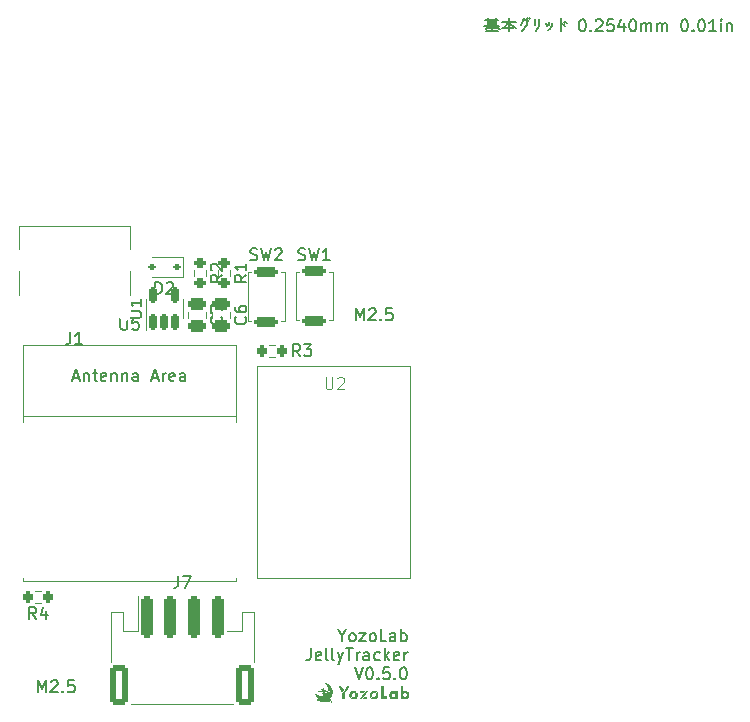
<source format=gbr>
%TF.GenerationSoftware,KiCad,Pcbnew,7.0.8*%
%TF.CreationDate,2024-11-10T19:19:34+09:00*%
%TF.ProjectId,JellyTracker_V0.5.0,4a656c6c-7954-4726-9163-6b65725f5630,rev?*%
%TF.SameCoordinates,Original*%
%TF.FileFunction,Legend,Top*%
%TF.FilePolarity,Positive*%
%FSLAX46Y46*%
G04 Gerber Fmt 4.6, Leading zero omitted, Abs format (unit mm)*
G04 Created by KiCad (PCBNEW 7.0.8) date 2024-11-10 19:19:34*
%MOMM*%
%LPD*%
G01*
G04 APERTURE LIST*
G04 Aperture macros list*
%AMRoundRect*
0 Rectangle with rounded corners*
0 $1 Rounding radius*
0 $2 $3 $4 $5 $6 $7 $8 $9 X,Y pos of 4 corners*
0 Add a 4 corners polygon primitive as box body*
4,1,4,$2,$3,$4,$5,$6,$7,$8,$9,$2,$3,0*
0 Add four circle primitives for the rounded corners*
1,1,$1+$1,$2,$3*
1,1,$1+$1,$4,$5*
1,1,$1+$1,$6,$7*
1,1,$1+$1,$8,$9*
0 Add four rect primitives between the rounded corners*
20,1,$1+$1,$2,$3,$4,$5,0*
20,1,$1+$1,$4,$5,$6,$7,0*
20,1,$1+$1,$6,$7,$8,$9,0*
20,1,$1+$1,$8,$9,$2,$3,0*%
G04 Aperture macros list end*
%ADD10C,0.150000*%
%ADD11C,0.100000*%
%ADD12C,0.120000*%
%ADD13R,1.500000X0.900000*%
%ADD14R,0.700000X0.700000*%
%ADD15RoundRect,0.200000X-0.200000X-0.275000X0.200000X-0.275000X0.200000X0.275000X-0.200000X0.275000X0*%
%ADD16RoundRect,0.200000X0.800000X-0.200000X0.800000X0.200000X-0.800000X0.200000X-0.800000X-0.200000X0*%
%ADD17RoundRect,0.200000X0.200000X0.275000X-0.200000X0.275000X-0.200000X-0.275000X0.200000X-0.275000X0*%
%ADD18C,0.650000*%
%ADD19R,0.600000X1.450000*%
%ADD20R,0.300000X1.450000*%
%ADD21O,1.000000X2.100000*%
%ADD22O,1.000000X1.600000*%
%ADD23RoundRect,0.200000X-0.275000X0.200000X-0.275000X-0.200000X0.275000X-0.200000X0.275000X0.200000X0*%
%ADD24C,2.700000*%
%ADD25RoundRect,0.250000X-0.475000X0.250000X-0.475000X-0.250000X0.475000X-0.250000X0.475000X0.250000X0*%
%ADD26RoundRect,0.150000X0.150000X-0.512500X0.150000X0.512500X-0.150000X0.512500X-0.150000X-0.512500X0*%
%ADD27RoundRect,0.112500X0.187500X0.112500X-0.187500X0.112500X-0.187500X-0.112500X0.187500X-0.112500X0*%
%ADD28RoundRect,0.250000X-0.250000X-1.500000X0.250000X-1.500000X0.250000X1.500000X-0.250000X1.500000X0*%
%ADD29RoundRect,0.250001X-0.499999X-1.449999X0.499999X-1.449999X0.499999X1.449999X-0.499999X1.449999X0*%
%ADD30C,1.524000*%
G04 APERTURE END LIST*
D10*
X28778648Y-33765628D02*
X28778648Y-34241819D01*
X28445315Y-33241819D02*
X28778648Y-33765628D01*
X28778648Y-33765628D02*
X29111981Y-33241819D01*
X29588172Y-34241819D02*
X29492934Y-34194200D01*
X29492934Y-34194200D02*
X29445315Y-34146580D01*
X29445315Y-34146580D02*
X29397696Y-34051342D01*
X29397696Y-34051342D02*
X29397696Y-33765628D01*
X29397696Y-33765628D02*
X29445315Y-33670390D01*
X29445315Y-33670390D02*
X29492934Y-33622771D01*
X29492934Y-33622771D02*
X29588172Y-33575152D01*
X29588172Y-33575152D02*
X29731029Y-33575152D01*
X29731029Y-33575152D02*
X29826267Y-33622771D01*
X29826267Y-33622771D02*
X29873886Y-33670390D01*
X29873886Y-33670390D02*
X29921505Y-33765628D01*
X29921505Y-33765628D02*
X29921505Y-34051342D01*
X29921505Y-34051342D02*
X29873886Y-34146580D01*
X29873886Y-34146580D02*
X29826267Y-34194200D01*
X29826267Y-34194200D02*
X29731029Y-34241819D01*
X29731029Y-34241819D02*
X29588172Y-34241819D01*
X30254839Y-33575152D02*
X30778648Y-33575152D01*
X30778648Y-33575152D02*
X30254839Y-34241819D01*
X30254839Y-34241819D02*
X30778648Y-34241819D01*
X31302458Y-34241819D02*
X31207220Y-34194200D01*
X31207220Y-34194200D02*
X31159601Y-34146580D01*
X31159601Y-34146580D02*
X31111982Y-34051342D01*
X31111982Y-34051342D02*
X31111982Y-33765628D01*
X31111982Y-33765628D02*
X31159601Y-33670390D01*
X31159601Y-33670390D02*
X31207220Y-33622771D01*
X31207220Y-33622771D02*
X31302458Y-33575152D01*
X31302458Y-33575152D02*
X31445315Y-33575152D01*
X31445315Y-33575152D02*
X31540553Y-33622771D01*
X31540553Y-33622771D02*
X31588172Y-33670390D01*
X31588172Y-33670390D02*
X31635791Y-33765628D01*
X31635791Y-33765628D02*
X31635791Y-34051342D01*
X31635791Y-34051342D02*
X31588172Y-34146580D01*
X31588172Y-34146580D02*
X31540553Y-34194200D01*
X31540553Y-34194200D02*
X31445315Y-34241819D01*
X31445315Y-34241819D02*
X31302458Y-34241819D01*
X32540553Y-34241819D02*
X32064363Y-34241819D01*
X32064363Y-34241819D02*
X32064363Y-33241819D01*
X33302458Y-34241819D02*
X33302458Y-33718009D01*
X33302458Y-33718009D02*
X33254839Y-33622771D01*
X33254839Y-33622771D02*
X33159601Y-33575152D01*
X33159601Y-33575152D02*
X32969125Y-33575152D01*
X32969125Y-33575152D02*
X32873887Y-33622771D01*
X33302458Y-34194200D02*
X33207220Y-34241819D01*
X33207220Y-34241819D02*
X32969125Y-34241819D01*
X32969125Y-34241819D02*
X32873887Y-34194200D01*
X32873887Y-34194200D02*
X32826268Y-34098961D01*
X32826268Y-34098961D02*
X32826268Y-34003723D01*
X32826268Y-34003723D02*
X32873887Y-33908485D01*
X32873887Y-33908485D02*
X32969125Y-33860866D01*
X32969125Y-33860866D02*
X33207220Y-33860866D01*
X33207220Y-33860866D02*
X33302458Y-33813247D01*
X33778649Y-34241819D02*
X33778649Y-33241819D01*
X33778649Y-33622771D02*
X33873887Y-33575152D01*
X33873887Y-33575152D02*
X34064363Y-33575152D01*
X34064363Y-33575152D02*
X34159601Y-33622771D01*
X34159601Y-33622771D02*
X34207220Y-33670390D01*
X34207220Y-33670390D02*
X34254839Y-33765628D01*
X34254839Y-33765628D02*
X34254839Y-34051342D01*
X34254839Y-34051342D02*
X34207220Y-34146580D01*
X34207220Y-34146580D02*
X34159601Y-34194200D01*
X34159601Y-34194200D02*
X34064363Y-34241819D01*
X34064363Y-34241819D02*
X33873887Y-34241819D01*
X33873887Y-34241819D02*
X33778649Y-34194200D01*
X26111979Y-34851819D02*
X26111979Y-35566104D01*
X26111979Y-35566104D02*
X26064360Y-35708961D01*
X26064360Y-35708961D02*
X25969122Y-35804200D01*
X25969122Y-35804200D02*
X25826265Y-35851819D01*
X25826265Y-35851819D02*
X25731027Y-35851819D01*
X26969122Y-35804200D02*
X26873884Y-35851819D01*
X26873884Y-35851819D02*
X26683408Y-35851819D01*
X26683408Y-35851819D02*
X26588170Y-35804200D01*
X26588170Y-35804200D02*
X26540551Y-35708961D01*
X26540551Y-35708961D02*
X26540551Y-35328009D01*
X26540551Y-35328009D02*
X26588170Y-35232771D01*
X26588170Y-35232771D02*
X26683408Y-35185152D01*
X26683408Y-35185152D02*
X26873884Y-35185152D01*
X26873884Y-35185152D02*
X26969122Y-35232771D01*
X26969122Y-35232771D02*
X27016741Y-35328009D01*
X27016741Y-35328009D02*
X27016741Y-35423247D01*
X27016741Y-35423247D02*
X26540551Y-35518485D01*
X27588170Y-35851819D02*
X27492932Y-35804200D01*
X27492932Y-35804200D02*
X27445313Y-35708961D01*
X27445313Y-35708961D02*
X27445313Y-34851819D01*
X28111980Y-35851819D02*
X28016742Y-35804200D01*
X28016742Y-35804200D02*
X27969123Y-35708961D01*
X27969123Y-35708961D02*
X27969123Y-34851819D01*
X28397695Y-35185152D02*
X28635790Y-35851819D01*
X28873885Y-35185152D02*
X28635790Y-35851819D01*
X28635790Y-35851819D02*
X28540552Y-36089914D01*
X28540552Y-36089914D02*
X28492933Y-36137533D01*
X28492933Y-36137533D02*
X28397695Y-36185152D01*
X29111981Y-34851819D02*
X29683409Y-34851819D01*
X29397695Y-35851819D02*
X29397695Y-34851819D01*
X30016743Y-35851819D02*
X30016743Y-35185152D01*
X30016743Y-35375628D02*
X30064362Y-35280390D01*
X30064362Y-35280390D02*
X30111981Y-35232771D01*
X30111981Y-35232771D02*
X30207219Y-35185152D01*
X30207219Y-35185152D02*
X30302457Y-35185152D01*
X31064362Y-35851819D02*
X31064362Y-35328009D01*
X31064362Y-35328009D02*
X31016743Y-35232771D01*
X31016743Y-35232771D02*
X30921505Y-35185152D01*
X30921505Y-35185152D02*
X30731029Y-35185152D01*
X30731029Y-35185152D02*
X30635791Y-35232771D01*
X31064362Y-35804200D02*
X30969124Y-35851819D01*
X30969124Y-35851819D02*
X30731029Y-35851819D01*
X30731029Y-35851819D02*
X30635791Y-35804200D01*
X30635791Y-35804200D02*
X30588172Y-35708961D01*
X30588172Y-35708961D02*
X30588172Y-35613723D01*
X30588172Y-35613723D02*
X30635791Y-35518485D01*
X30635791Y-35518485D02*
X30731029Y-35470866D01*
X30731029Y-35470866D02*
X30969124Y-35470866D01*
X30969124Y-35470866D02*
X31064362Y-35423247D01*
X31969124Y-35804200D02*
X31873886Y-35851819D01*
X31873886Y-35851819D02*
X31683410Y-35851819D01*
X31683410Y-35851819D02*
X31588172Y-35804200D01*
X31588172Y-35804200D02*
X31540553Y-35756580D01*
X31540553Y-35756580D02*
X31492934Y-35661342D01*
X31492934Y-35661342D02*
X31492934Y-35375628D01*
X31492934Y-35375628D02*
X31540553Y-35280390D01*
X31540553Y-35280390D02*
X31588172Y-35232771D01*
X31588172Y-35232771D02*
X31683410Y-35185152D01*
X31683410Y-35185152D02*
X31873886Y-35185152D01*
X31873886Y-35185152D02*
X31969124Y-35232771D01*
X32397696Y-35851819D02*
X32397696Y-34851819D01*
X32492934Y-35470866D02*
X32778648Y-35851819D01*
X32778648Y-35185152D02*
X32397696Y-35566104D01*
X33588172Y-35804200D02*
X33492934Y-35851819D01*
X33492934Y-35851819D02*
X33302458Y-35851819D01*
X33302458Y-35851819D02*
X33207220Y-35804200D01*
X33207220Y-35804200D02*
X33159601Y-35708961D01*
X33159601Y-35708961D02*
X33159601Y-35328009D01*
X33159601Y-35328009D02*
X33207220Y-35232771D01*
X33207220Y-35232771D02*
X33302458Y-35185152D01*
X33302458Y-35185152D02*
X33492934Y-35185152D01*
X33492934Y-35185152D02*
X33588172Y-35232771D01*
X33588172Y-35232771D02*
X33635791Y-35328009D01*
X33635791Y-35328009D02*
X33635791Y-35423247D01*
X33635791Y-35423247D02*
X33159601Y-35518485D01*
X34064363Y-35851819D02*
X34064363Y-35185152D01*
X34064363Y-35375628D02*
X34111982Y-35280390D01*
X34111982Y-35280390D02*
X34159601Y-35232771D01*
X34159601Y-35232771D02*
X34254839Y-35185152D01*
X34254839Y-35185152D02*
X34350077Y-35185152D01*
X29873888Y-36461819D02*
X30207221Y-37461819D01*
X30207221Y-37461819D02*
X30540554Y-36461819D01*
X31064364Y-36461819D02*
X31159602Y-36461819D01*
X31159602Y-36461819D02*
X31254840Y-36509438D01*
X31254840Y-36509438D02*
X31302459Y-36557057D01*
X31302459Y-36557057D02*
X31350078Y-36652295D01*
X31350078Y-36652295D02*
X31397697Y-36842771D01*
X31397697Y-36842771D02*
X31397697Y-37080866D01*
X31397697Y-37080866D02*
X31350078Y-37271342D01*
X31350078Y-37271342D02*
X31302459Y-37366580D01*
X31302459Y-37366580D02*
X31254840Y-37414200D01*
X31254840Y-37414200D02*
X31159602Y-37461819D01*
X31159602Y-37461819D02*
X31064364Y-37461819D01*
X31064364Y-37461819D02*
X30969126Y-37414200D01*
X30969126Y-37414200D02*
X30921507Y-37366580D01*
X30921507Y-37366580D02*
X30873888Y-37271342D01*
X30873888Y-37271342D02*
X30826269Y-37080866D01*
X30826269Y-37080866D02*
X30826269Y-36842771D01*
X30826269Y-36842771D02*
X30873888Y-36652295D01*
X30873888Y-36652295D02*
X30921507Y-36557057D01*
X30921507Y-36557057D02*
X30969126Y-36509438D01*
X30969126Y-36509438D02*
X31064364Y-36461819D01*
X31826269Y-37366580D02*
X31873888Y-37414200D01*
X31873888Y-37414200D02*
X31826269Y-37461819D01*
X31826269Y-37461819D02*
X31778650Y-37414200D01*
X31778650Y-37414200D02*
X31826269Y-37366580D01*
X31826269Y-37366580D02*
X31826269Y-37461819D01*
X32778649Y-36461819D02*
X32302459Y-36461819D01*
X32302459Y-36461819D02*
X32254840Y-36938009D01*
X32254840Y-36938009D02*
X32302459Y-36890390D01*
X32302459Y-36890390D02*
X32397697Y-36842771D01*
X32397697Y-36842771D02*
X32635792Y-36842771D01*
X32635792Y-36842771D02*
X32731030Y-36890390D01*
X32731030Y-36890390D02*
X32778649Y-36938009D01*
X32778649Y-36938009D02*
X32826268Y-37033247D01*
X32826268Y-37033247D02*
X32826268Y-37271342D01*
X32826268Y-37271342D02*
X32778649Y-37366580D01*
X32778649Y-37366580D02*
X32731030Y-37414200D01*
X32731030Y-37414200D02*
X32635792Y-37461819D01*
X32635792Y-37461819D02*
X32397697Y-37461819D01*
X32397697Y-37461819D02*
X32302459Y-37414200D01*
X32302459Y-37414200D02*
X32254840Y-37366580D01*
X33254840Y-37366580D02*
X33302459Y-37414200D01*
X33302459Y-37414200D02*
X33254840Y-37461819D01*
X33254840Y-37461819D02*
X33207221Y-37414200D01*
X33207221Y-37414200D02*
X33254840Y-37366580D01*
X33254840Y-37366580D02*
X33254840Y-37461819D01*
X33921506Y-36461819D02*
X34016744Y-36461819D01*
X34016744Y-36461819D02*
X34111982Y-36509438D01*
X34111982Y-36509438D02*
X34159601Y-36557057D01*
X34159601Y-36557057D02*
X34207220Y-36652295D01*
X34207220Y-36652295D02*
X34254839Y-36842771D01*
X34254839Y-36842771D02*
X34254839Y-37080866D01*
X34254839Y-37080866D02*
X34207220Y-37271342D01*
X34207220Y-37271342D02*
X34159601Y-37366580D01*
X34159601Y-37366580D02*
X34111982Y-37414200D01*
X34111982Y-37414200D02*
X34016744Y-37461819D01*
X34016744Y-37461819D02*
X33921506Y-37461819D01*
X33921506Y-37461819D02*
X33826268Y-37414200D01*
X33826268Y-37414200D02*
X33778649Y-37366580D01*
X33778649Y-37366580D02*
X33731030Y-37271342D01*
X33731030Y-37271342D02*
X33683411Y-37080866D01*
X33683411Y-37080866D02*
X33683411Y-36842771D01*
X33683411Y-36842771D02*
X33731030Y-36652295D01*
X33731030Y-36652295D02*
X33778649Y-36557057D01*
X33778649Y-36557057D02*
X33826268Y-36509438D01*
X33826268Y-36509438D02*
X33921506Y-36461819D01*
X40881541Y18354562D02*
X42024398Y18354562D01*
X41167255Y18211705D02*
X41786303Y18211705D01*
X41167255Y18021229D02*
X41786303Y18021229D01*
X40833922Y17878372D02*
X42072017Y17878372D01*
X41119636Y17640277D02*
X41786303Y17640277D01*
X40929160Y17402181D02*
X41976779Y17402181D01*
X41452969Y17783134D02*
X41452969Y17402181D01*
X41167255Y18545039D02*
X41167255Y17878372D01*
X41167255Y17878372D02*
X40929160Y17592658D01*
X41786303Y18545039D02*
X41786303Y17878372D01*
X41786303Y17878372D02*
X41881541Y17687896D01*
X41881541Y17687896D02*
X42119636Y17592658D01*
X42357731Y18211705D02*
X43500588Y18211705D01*
X42643445Y17640277D02*
X43214874Y17640277D01*
X42929159Y18545039D02*
X42929159Y17402181D01*
X42929159Y18211705D02*
X42833921Y18068848D01*
X42833921Y18068848D02*
X42452969Y17687896D01*
X42452969Y17687896D02*
X42310112Y17640277D01*
X42929159Y18211705D02*
X43024397Y18021229D01*
X43024397Y18021229D02*
X43357731Y17735515D01*
X43357731Y17735515D02*
X43548207Y17640277D01*
X44167254Y18497420D02*
X44119635Y18259324D01*
X44119635Y18259324D02*
X44024397Y18116467D01*
X44024397Y18116467D02*
X43929159Y17973610D01*
X44167254Y18354562D02*
X44500587Y18354562D01*
X44500587Y18354562D02*
X44452968Y18116467D01*
X44452968Y18116467D02*
X44405349Y17925991D01*
X44405349Y17925991D02*
X44310111Y17735515D01*
X44310111Y17735515D02*
X44214873Y17592658D01*
X44214873Y17592658D02*
X44024397Y17449800D01*
X44452968Y18497420D02*
X44548206Y18402181D01*
X44595825Y18545039D02*
X44691064Y18449800D01*
X45119635Y18449800D02*
X45119635Y17925991D01*
X45452968Y18449800D02*
X45452968Y18068848D01*
X45452968Y18068848D02*
X45452968Y17878372D01*
X45452968Y17878372D02*
X45357730Y17687896D01*
X45357730Y17687896D02*
X45310111Y17592658D01*
X45310111Y17592658D02*
X45167254Y17449800D01*
X46024397Y18116467D02*
X46119635Y17878372D01*
X46262492Y18164086D02*
X46310111Y17925991D01*
X46548206Y18116467D02*
X46548206Y17878372D01*
X46548206Y17878372D02*
X46500587Y17735515D01*
X46500587Y17735515D02*
X46357730Y17592658D01*
X46357730Y17592658D02*
X46214873Y17497420D01*
X47548206Y18164086D02*
X47643444Y18068848D01*
X47691063Y18211705D02*
X47786301Y18116467D01*
X47357730Y18497420D02*
X47357730Y17449800D01*
X47357730Y18068848D02*
X47643444Y17830753D01*
X49072016Y18402181D02*
X49167254Y18402181D01*
X49167254Y18402181D02*
X49262492Y18354562D01*
X49262492Y18354562D02*
X49310111Y18306943D01*
X49310111Y18306943D02*
X49357730Y18211705D01*
X49357730Y18211705D02*
X49405349Y18021229D01*
X49405349Y18021229D02*
X49405349Y17783134D01*
X49405349Y17783134D02*
X49357730Y17592658D01*
X49357730Y17592658D02*
X49310111Y17497420D01*
X49310111Y17497420D02*
X49262492Y17449800D01*
X49262492Y17449800D02*
X49167254Y17402181D01*
X49167254Y17402181D02*
X49072016Y17402181D01*
X49072016Y17402181D02*
X48976778Y17449800D01*
X48976778Y17449800D02*
X48929159Y17497420D01*
X48929159Y17497420D02*
X48881540Y17592658D01*
X48881540Y17592658D02*
X48833921Y17783134D01*
X48833921Y17783134D02*
X48833921Y18021229D01*
X48833921Y18021229D02*
X48881540Y18211705D01*
X48881540Y18211705D02*
X48929159Y18306943D01*
X48929159Y18306943D02*
X48976778Y18354562D01*
X48976778Y18354562D02*
X49072016Y18402181D01*
X49833921Y17497420D02*
X49881540Y17449800D01*
X49881540Y17449800D02*
X49833921Y17402181D01*
X49833921Y17402181D02*
X49786302Y17449800D01*
X49786302Y17449800D02*
X49833921Y17497420D01*
X49833921Y17497420D02*
X49833921Y17402181D01*
X50262492Y18306943D02*
X50310111Y18354562D01*
X50310111Y18354562D02*
X50405349Y18402181D01*
X50405349Y18402181D02*
X50643444Y18402181D01*
X50643444Y18402181D02*
X50738682Y18354562D01*
X50738682Y18354562D02*
X50786301Y18306943D01*
X50786301Y18306943D02*
X50833920Y18211705D01*
X50833920Y18211705D02*
X50833920Y18116467D01*
X50833920Y18116467D02*
X50786301Y17973610D01*
X50786301Y17973610D02*
X50214873Y17402181D01*
X50214873Y17402181D02*
X50833920Y17402181D01*
X51738682Y18402181D02*
X51262492Y18402181D01*
X51262492Y18402181D02*
X51214873Y17925991D01*
X51214873Y17925991D02*
X51262492Y17973610D01*
X51262492Y17973610D02*
X51357730Y18021229D01*
X51357730Y18021229D02*
X51595825Y18021229D01*
X51595825Y18021229D02*
X51691063Y17973610D01*
X51691063Y17973610D02*
X51738682Y17925991D01*
X51738682Y17925991D02*
X51786301Y17830753D01*
X51786301Y17830753D02*
X51786301Y17592658D01*
X51786301Y17592658D02*
X51738682Y17497420D01*
X51738682Y17497420D02*
X51691063Y17449800D01*
X51691063Y17449800D02*
X51595825Y17402181D01*
X51595825Y17402181D02*
X51357730Y17402181D01*
X51357730Y17402181D02*
X51262492Y17449800D01*
X51262492Y17449800D02*
X51214873Y17497420D01*
X52643444Y18068848D02*
X52643444Y17402181D01*
X52405349Y18449800D02*
X52167254Y17735515D01*
X52167254Y17735515D02*
X52786301Y17735515D01*
X53357730Y18402181D02*
X53452968Y18402181D01*
X53452968Y18402181D02*
X53548206Y18354562D01*
X53548206Y18354562D02*
X53595825Y18306943D01*
X53595825Y18306943D02*
X53643444Y18211705D01*
X53643444Y18211705D02*
X53691063Y18021229D01*
X53691063Y18021229D02*
X53691063Y17783134D01*
X53691063Y17783134D02*
X53643444Y17592658D01*
X53643444Y17592658D02*
X53595825Y17497420D01*
X53595825Y17497420D02*
X53548206Y17449800D01*
X53548206Y17449800D02*
X53452968Y17402181D01*
X53452968Y17402181D02*
X53357730Y17402181D01*
X53357730Y17402181D02*
X53262492Y17449800D01*
X53262492Y17449800D02*
X53214873Y17497420D01*
X53214873Y17497420D02*
X53167254Y17592658D01*
X53167254Y17592658D02*
X53119635Y17783134D01*
X53119635Y17783134D02*
X53119635Y18021229D01*
X53119635Y18021229D02*
X53167254Y18211705D01*
X53167254Y18211705D02*
X53214873Y18306943D01*
X53214873Y18306943D02*
X53262492Y18354562D01*
X53262492Y18354562D02*
X53357730Y18402181D01*
X54119635Y17402181D02*
X54119635Y18068848D01*
X54119635Y17973610D02*
X54167254Y18021229D01*
X54167254Y18021229D02*
X54262492Y18068848D01*
X54262492Y18068848D02*
X54405349Y18068848D01*
X54405349Y18068848D02*
X54500587Y18021229D01*
X54500587Y18021229D02*
X54548206Y17925991D01*
X54548206Y17925991D02*
X54548206Y17402181D01*
X54548206Y17925991D02*
X54595825Y18021229D01*
X54595825Y18021229D02*
X54691063Y18068848D01*
X54691063Y18068848D02*
X54833920Y18068848D01*
X54833920Y18068848D02*
X54929159Y18021229D01*
X54929159Y18021229D02*
X54976778Y17925991D01*
X54976778Y17925991D02*
X54976778Y17402181D01*
X55452968Y17402181D02*
X55452968Y18068848D01*
X55452968Y17973610D02*
X55500587Y18021229D01*
X55500587Y18021229D02*
X55595825Y18068848D01*
X55595825Y18068848D02*
X55738682Y18068848D01*
X55738682Y18068848D02*
X55833920Y18021229D01*
X55833920Y18021229D02*
X55881539Y17925991D01*
X55881539Y17925991D02*
X55881539Y17402181D01*
X55881539Y17925991D02*
X55929158Y18021229D01*
X55929158Y18021229D02*
X56024396Y18068848D01*
X56024396Y18068848D02*
X56167253Y18068848D01*
X56167253Y18068848D02*
X56262492Y18021229D01*
X56262492Y18021229D02*
X56310111Y17925991D01*
X56310111Y17925991D02*
X56310111Y17402181D01*
X57738682Y18402181D02*
X57833920Y18402181D01*
X57833920Y18402181D02*
X57929158Y18354562D01*
X57929158Y18354562D02*
X57976777Y18306943D01*
X57976777Y18306943D02*
X58024396Y18211705D01*
X58024396Y18211705D02*
X58072015Y18021229D01*
X58072015Y18021229D02*
X58072015Y17783134D01*
X58072015Y17783134D02*
X58024396Y17592658D01*
X58024396Y17592658D02*
X57976777Y17497420D01*
X57976777Y17497420D02*
X57929158Y17449800D01*
X57929158Y17449800D02*
X57833920Y17402181D01*
X57833920Y17402181D02*
X57738682Y17402181D01*
X57738682Y17402181D02*
X57643444Y17449800D01*
X57643444Y17449800D02*
X57595825Y17497420D01*
X57595825Y17497420D02*
X57548206Y17592658D01*
X57548206Y17592658D02*
X57500587Y17783134D01*
X57500587Y17783134D02*
X57500587Y18021229D01*
X57500587Y18021229D02*
X57548206Y18211705D01*
X57548206Y18211705D02*
X57595825Y18306943D01*
X57595825Y18306943D02*
X57643444Y18354562D01*
X57643444Y18354562D02*
X57738682Y18402181D01*
X58500587Y17497420D02*
X58548206Y17449800D01*
X58548206Y17449800D02*
X58500587Y17402181D01*
X58500587Y17402181D02*
X58452968Y17449800D01*
X58452968Y17449800D02*
X58500587Y17497420D01*
X58500587Y17497420D02*
X58500587Y17402181D01*
X59167253Y18402181D02*
X59262491Y18402181D01*
X59262491Y18402181D02*
X59357729Y18354562D01*
X59357729Y18354562D02*
X59405348Y18306943D01*
X59405348Y18306943D02*
X59452967Y18211705D01*
X59452967Y18211705D02*
X59500586Y18021229D01*
X59500586Y18021229D02*
X59500586Y17783134D01*
X59500586Y17783134D02*
X59452967Y17592658D01*
X59452967Y17592658D02*
X59405348Y17497420D01*
X59405348Y17497420D02*
X59357729Y17449800D01*
X59357729Y17449800D02*
X59262491Y17402181D01*
X59262491Y17402181D02*
X59167253Y17402181D01*
X59167253Y17402181D02*
X59072015Y17449800D01*
X59072015Y17449800D02*
X59024396Y17497420D01*
X59024396Y17497420D02*
X58976777Y17592658D01*
X58976777Y17592658D02*
X58929158Y17783134D01*
X58929158Y17783134D02*
X58929158Y18021229D01*
X58929158Y18021229D02*
X58976777Y18211705D01*
X58976777Y18211705D02*
X59024396Y18306943D01*
X59024396Y18306943D02*
X59072015Y18354562D01*
X59072015Y18354562D02*
X59167253Y18402181D01*
X60452967Y17402181D02*
X59881539Y17402181D01*
X60167253Y17402181D02*
X60167253Y18402181D01*
X60167253Y18402181D02*
X60072015Y18259324D01*
X60072015Y18259324D02*
X59976777Y18164086D01*
X59976777Y18164086D02*
X59881539Y18116467D01*
X60881539Y17402181D02*
X60881539Y18068848D01*
X60881539Y18402181D02*
X60833920Y18354562D01*
X60833920Y18354562D02*
X60881539Y18306943D01*
X60881539Y18306943D02*
X60929158Y18354562D01*
X60929158Y18354562D02*
X60881539Y18402181D01*
X60881539Y18402181D02*
X60881539Y18306943D01*
X61357729Y18068848D02*
X61357729Y17402181D01*
X61357729Y17973610D02*
X61405348Y18021229D01*
X61405348Y18021229D02*
X61500586Y18068848D01*
X61500586Y18068848D02*
X61643443Y18068848D01*
X61643443Y18068848D02*
X61738681Y18021229D01*
X61738681Y18021229D02*
X61786300Y17925991D01*
X61786300Y17925991D02*
X61786300Y17402181D01*
X10020095Y-6860819D02*
X10020095Y-7670342D01*
X10020095Y-7670342D02*
X10067714Y-7765580D01*
X10067714Y-7765580D02*
X10115333Y-7813200D01*
X10115333Y-7813200D02*
X10210571Y-7860819D01*
X10210571Y-7860819D02*
X10401047Y-7860819D01*
X10401047Y-7860819D02*
X10496285Y-7813200D01*
X10496285Y-7813200D02*
X10543904Y-7765580D01*
X10543904Y-7765580D02*
X10591523Y-7670342D01*
X10591523Y-7670342D02*
X10591523Y-6860819D01*
X11543904Y-6860819D02*
X11067714Y-6860819D01*
X11067714Y-6860819D02*
X11020095Y-7337009D01*
X11020095Y-7337009D02*
X11067714Y-7289390D01*
X11067714Y-7289390D02*
X11162952Y-7241771D01*
X11162952Y-7241771D02*
X11401047Y-7241771D01*
X11401047Y-7241771D02*
X11496285Y-7289390D01*
X11496285Y-7289390D02*
X11543904Y-7337009D01*
X11543904Y-7337009D02*
X11591523Y-7432247D01*
X11591523Y-7432247D02*
X11591523Y-7670342D01*
X11591523Y-7670342D02*
X11543904Y-7765580D01*
X11543904Y-7765580D02*
X11496285Y-7813200D01*
X11496285Y-7813200D02*
X11401047Y-7860819D01*
X11401047Y-7860819D02*
X11162952Y-7860819D01*
X11162952Y-7860819D02*
X11067714Y-7813200D01*
X11067714Y-7813200D02*
X11020095Y-7765580D01*
X6020094Y-11925104D02*
X6496284Y-11925104D01*
X5924856Y-12210819D02*
X6258189Y-11210819D01*
X6258189Y-11210819D02*
X6591522Y-12210819D01*
X6924856Y-11544152D02*
X6924856Y-12210819D01*
X6924856Y-11639390D02*
X6972475Y-11591771D01*
X6972475Y-11591771D02*
X7067713Y-11544152D01*
X7067713Y-11544152D02*
X7210570Y-11544152D01*
X7210570Y-11544152D02*
X7305808Y-11591771D01*
X7305808Y-11591771D02*
X7353427Y-11687009D01*
X7353427Y-11687009D02*
X7353427Y-12210819D01*
X7686761Y-11544152D02*
X8067713Y-11544152D01*
X7829618Y-11210819D02*
X7829618Y-12067961D01*
X7829618Y-12067961D02*
X7877237Y-12163200D01*
X7877237Y-12163200D02*
X7972475Y-12210819D01*
X7972475Y-12210819D02*
X8067713Y-12210819D01*
X8781999Y-12163200D02*
X8686761Y-12210819D01*
X8686761Y-12210819D02*
X8496285Y-12210819D01*
X8496285Y-12210819D02*
X8401047Y-12163200D01*
X8401047Y-12163200D02*
X8353428Y-12067961D01*
X8353428Y-12067961D02*
X8353428Y-11687009D01*
X8353428Y-11687009D02*
X8401047Y-11591771D01*
X8401047Y-11591771D02*
X8496285Y-11544152D01*
X8496285Y-11544152D02*
X8686761Y-11544152D01*
X8686761Y-11544152D02*
X8781999Y-11591771D01*
X8781999Y-11591771D02*
X8829618Y-11687009D01*
X8829618Y-11687009D02*
X8829618Y-11782247D01*
X8829618Y-11782247D02*
X8353428Y-11877485D01*
X9258190Y-11544152D02*
X9258190Y-12210819D01*
X9258190Y-11639390D02*
X9305809Y-11591771D01*
X9305809Y-11591771D02*
X9401047Y-11544152D01*
X9401047Y-11544152D02*
X9543904Y-11544152D01*
X9543904Y-11544152D02*
X9639142Y-11591771D01*
X9639142Y-11591771D02*
X9686761Y-11687009D01*
X9686761Y-11687009D02*
X9686761Y-12210819D01*
X10162952Y-11544152D02*
X10162952Y-12210819D01*
X10162952Y-11639390D02*
X10210571Y-11591771D01*
X10210571Y-11591771D02*
X10305809Y-11544152D01*
X10305809Y-11544152D02*
X10448666Y-11544152D01*
X10448666Y-11544152D02*
X10543904Y-11591771D01*
X10543904Y-11591771D02*
X10591523Y-11687009D01*
X10591523Y-11687009D02*
X10591523Y-12210819D01*
X11496285Y-12210819D02*
X11496285Y-11687009D01*
X11496285Y-11687009D02*
X11448666Y-11591771D01*
X11448666Y-11591771D02*
X11353428Y-11544152D01*
X11353428Y-11544152D02*
X11162952Y-11544152D01*
X11162952Y-11544152D02*
X11067714Y-11591771D01*
X11496285Y-12163200D02*
X11401047Y-12210819D01*
X11401047Y-12210819D02*
X11162952Y-12210819D01*
X11162952Y-12210819D02*
X11067714Y-12163200D01*
X11067714Y-12163200D02*
X11020095Y-12067961D01*
X11020095Y-12067961D02*
X11020095Y-11972723D01*
X11020095Y-11972723D02*
X11067714Y-11877485D01*
X11067714Y-11877485D02*
X11162952Y-11829866D01*
X11162952Y-11829866D02*
X11401047Y-11829866D01*
X11401047Y-11829866D02*
X11496285Y-11782247D01*
X12686762Y-11925104D02*
X13162952Y-11925104D01*
X12591524Y-12210819D02*
X12924857Y-11210819D01*
X12924857Y-11210819D02*
X13258190Y-12210819D01*
X13591524Y-12210819D02*
X13591524Y-11544152D01*
X13591524Y-11734628D02*
X13639143Y-11639390D01*
X13639143Y-11639390D02*
X13686762Y-11591771D01*
X13686762Y-11591771D02*
X13782000Y-11544152D01*
X13782000Y-11544152D02*
X13877238Y-11544152D01*
X14591524Y-12163200D02*
X14496286Y-12210819D01*
X14496286Y-12210819D02*
X14305810Y-12210819D01*
X14305810Y-12210819D02*
X14210572Y-12163200D01*
X14210572Y-12163200D02*
X14162953Y-12067961D01*
X14162953Y-12067961D02*
X14162953Y-11687009D01*
X14162953Y-11687009D02*
X14210572Y-11591771D01*
X14210572Y-11591771D02*
X14305810Y-11544152D01*
X14305810Y-11544152D02*
X14496286Y-11544152D01*
X14496286Y-11544152D02*
X14591524Y-11591771D01*
X14591524Y-11591771D02*
X14639143Y-11687009D01*
X14639143Y-11687009D02*
X14639143Y-11782247D01*
X14639143Y-11782247D02*
X14162953Y-11877485D01*
X15496286Y-12210819D02*
X15496286Y-11687009D01*
X15496286Y-11687009D02*
X15448667Y-11591771D01*
X15448667Y-11591771D02*
X15353429Y-11544152D01*
X15353429Y-11544152D02*
X15162953Y-11544152D01*
X15162953Y-11544152D02*
X15067715Y-11591771D01*
X15496286Y-12163200D02*
X15401048Y-12210819D01*
X15401048Y-12210819D02*
X15162953Y-12210819D01*
X15162953Y-12210819D02*
X15067715Y-12163200D01*
X15067715Y-12163200D02*
X15020096Y-12067961D01*
X15020096Y-12067961D02*
X15020096Y-11972723D01*
X15020096Y-11972723D02*
X15067715Y-11877485D01*
X15067715Y-11877485D02*
X15162953Y-11829866D01*
X15162953Y-11829866D02*
X15401048Y-11829866D01*
X15401048Y-11829866D02*
X15496286Y-11782247D01*
X25233333Y-10106819D02*
X24900000Y-9630628D01*
X24661905Y-10106819D02*
X24661905Y-9106819D01*
X24661905Y-9106819D02*
X25042857Y-9106819D01*
X25042857Y-9106819D02*
X25138095Y-9154438D01*
X25138095Y-9154438D02*
X25185714Y-9202057D01*
X25185714Y-9202057D02*
X25233333Y-9297295D01*
X25233333Y-9297295D02*
X25233333Y-9440152D01*
X25233333Y-9440152D02*
X25185714Y-9535390D01*
X25185714Y-9535390D02*
X25138095Y-9583009D01*
X25138095Y-9583009D02*
X25042857Y-9630628D01*
X25042857Y-9630628D02*
X24661905Y-9630628D01*
X25566667Y-9106819D02*
X26185714Y-9106819D01*
X26185714Y-9106819D02*
X25852381Y-9487771D01*
X25852381Y-9487771D02*
X25995238Y-9487771D01*
X25995238Y-9487771D02*
X26090476Y-9535390D01*
X26090476Y-9535390D02*
X26138095Y-9583009D01*
X26138095Y-9583009D02*
X26185714Y-9678247D01*
X26185714Y-9678247D02*
X26185714Y-9916342D01*
X26185714Y-9916342D02*
X26138095Y-10011580D01*
X26138095Y-10011580D02*
X26090476Y-10059200D01*
X26090476Y-10059200D02*
X25995238Y-10106819D01*
X25995238Y-10106819D02*
X25709524Y-10106819D01*
X25709524Y-10106819D02*
X25614286Y-10059200D01*
X25614286Y-10059200D02*
X25566667Y-10011580D01*
X25082667Y-1931200D02*
X25225524Y-1978819D01*
X25225524Y-1978819D02*
X25463619Y-1978819D01*
X25463619Y-1978819D02*
X25558857Y-1931200D01*
X25558857Y-1931200D02*
X25606476Y-1883580D01*
X25606476Y-1883580D02*
X25654095Y-1788342D01*
X25654095Y-1788342D02*
X25654095Y-1693104D01*
X25654095Y-1693104D02*
X25606476Y-1597866D01*
X25606476Y-1597866D02*
X25558857Y-1550247D01*
X25558857Y-1550247D02*
X25463619Y-1502628D01*
X25463619Y-1502628D02*
X25273143Y-1455009D01*
X25273143Y-1455009D02*
X25177905Y-1407390D01*
X25177905Y-1407390D02*
X25130286Y-1359771D01*
X25130286Y-1359771D02*
X25082667Y-1264533D01*
X25082667Y-1264533D02*
X25082667Y-1169295D01*
X25082667Y-1169295D02*
X25130286Y-1074057D01*
X25130286Y-1074057D02*
X25177905Y-1026438D01*
X25177905Y-1026438D02*
X25273143Y-978819D01*
X25273143Y-978819D02*
X25511238Y-978819D01*
X25511238Y-978819D02*
X25654095Y-1026438D01*
X25987429Y-978819D02*
X26225524Y-1978819D01*
X26225524Y-1978819D02*
X26416000Y-1264533D01*
X26416000Y-1264533D02*
X26606476Y-1978819D01*
X26606476Y-1978819D02*
X26844572Y-978819D01*
X27749333Y-1978819D02*
X27177905Y-1978819D01*
X27463619Y-1978819D02*
X27463619Y-978819D01*
X27463619Y-978819D02*
X27368381Y-1121676D01*
X27368381Y-1121676D02*
X27273143Y-1216914D01*
X27273143Y-1216914D02*
X27177905Y-1264533D01*
X2881333Y-32364819D02*
X2548000Y-31888628D01*
X2309905Y-32364819D02*
X2309905Y-31364819D01*
X2309905Y-31364819D02*
X2690857Y-31364819D01*
X2690857Y-31364819D02*
X2786095Y-31412438D01*
X2786095Y-31412438D02*
X2833714Y-31460057D01*
X2833714Y-31460057D02*
X2881333Y-31555295D01*
X2881333Y-31555295D02*
X2881333Y-31698152D01*
X2881333Y-31698152D02*
X2833714Y-31793390D01*
X2833714Y-31793390D02*
X2786095Y-31841009D01*
X2786095Y-31841009D02*
X2690857Y-31888628D01*
X2690857Y-31888628D02*
X2309905Y-31888628D01*
X3738476Y-31698152D02*
X3738476Y-32364819D01*
X3500381Y-31317200D02*
X3262286Y-32031485D01*
X3262286Y-32031485D02*
X3881333Y-32031485D01*
X5762666Y-8095819D02*
X5762666Y-8810104D01*
X5762666Y-8810104D02*
X5715047Y-8952961D01*
X5715047Y-8952961D02*
X5619809Y-9048200D01*
X5619809Y-9048200D02*
X5476952Y-9095819D01*
X5476952Y-9095819D02*
X5381714Y-9095819D01*
X6762666Y-9095819D02*
X6191238Y-9095819D01*
X6476952Y-9095819D02*
X6476952Y-8095819D01*
X6476952Y-8095819D02*
X6381714Y-8238676D01*
X6381714Y-8238676D02*
X6286476Y-8333914D01*
X6286476Y-8333914D02*
X6191238Y-8381533D01*
X20680819Y-3214666D02*
X20204628Y-3547999D01*
X20680819Y-3786094D02*
X19680819Y-3786094D01*
X19680819Y-3786094D02*
X19680819Y-3405142D01*
X19680819Y-3405142D02*
X19728438Y-3309904D01*
X19728438Y-3309904D02*
X19776057Y-3262285D01*
X19776057Y-3262285D02*
X19871295Y-3214666D01*
X19871295Y-3214666D02*
X20014152Y-3214666D01*
X20014152Y-3214666D02*
X20109390Y-3262285D01*
X20109390Y-3262285D02*
X20157009Y-3309904D01*
X20157009Y-3309904D02*
X20204628Y-3405142D01*
X20204628Y-3405142D02*
X20204628Y-3786094D01*
X20680819Y-2262285D02*
X20680819Y-2833713D01*
X20680819Y-2547999D02*
X19680819Y-2547999D01*
X19680819Y-2547999D02*
X19823676Y-2643237D01*
X19823676Y-2643237D02*
X19918914Y-2738475D01*
X19918914Y-2738475D02*
X19966533Y-2833713D01*
X18648819Y-3214666D02*
X18172628Y-3547999D01*
X18648819Y-3786094D02*
X17648819Y-3786094D01*
X17648819Y-3786094D02*
X17648819Y-3405142D01*
X17648819Y-3405142D02*
X17696438Y-3309904D01*
X17696438Y-3309904D02*
X17744057Y-3262285D01*
X17744057Y-3262285D02*
X17839295Y-3214666D01*
X17839295Y-3214666D02*
X17982152Y-3214666D01*
X17982152Y-3214666D02*
X18077390Y-3262285D01*
X18077390Y-3262285D02*
X18125009Y-3309904D01*
X18125009Y-3309904D02*
X18172628Y-3405142D01*
X18172628Y-3405142D02*
X18172628Y-3786094D01*
X17744057Y-2833713D02*
X17696438Y-2786094D01*
X17696438Y-2786094D02*
X17648819Y-2690856D01*
X17648819Y-2690856D02*
X17648819Y-2452761D01*
X17648819Y-2452761D02*
X17696438Y-2357523D01*
X17696438Y-2357523D02*
X17744057Y-2309904D01*
X17744057Y-2309904D02*
X17839295Y-2262285D01*
X17839295Y-2262285D02*
X17934533Y-2262285D01*
X17934533Y-2262285D02*
X18077390Y-2309904D01*
X18077390Y-2309904D02*
X18648819Y-2881332D01*
X18648819Y-2881332D02*
X18648819Y-2262285D01*
X3048191Y-38554819D02*
X3048191Y-37554819D01*
X3048191Y-37554819D02*
X3381524Y-38269104D01*
X3381524Y-38269104D02*
X3714857Y-37554819D01*
X3714857Y-37554819D02*
X3714857Y-38554819D01*
X4143429Y-37650057D02*
X4191048Y-37602438D01*
X4191048Y-37602438D02*
X4286286Y-37554819D01*
X4286286Y-37554819D02*
X4524381Y-37554819D01*
X4524381Y-37554819D02*
X4619619Y-37602438D01*
X4619619Y-37602438D02*
X4667238Y-37650057D01*
X4667238Y-37650057D02*
X4714857Y-37745295D01*
X4714857Y-37745295D02*
X4714857Y-37840533D01*
X4714857Y-37840533D02*
X4667238Y-37983390D01*
X4667238Y-37983390D02*
X4095810Y-38554819D01*
X4095810Y-38554819D02*
X4714857Y-38554819D01*
X5143429Y-38459580D02*
X5191048Y-38507200D01*
X5191048Y-38507200D02*
X5143429Y-38554819D01*
X5143429Y-38554819D02*
X5095810Y-38507200D01*
X5095810Y-38507200D02*
X5143429Y-38459580D01*
X5143429Y-38459580D02*
X5143429Y-38554819D01*
X6095809Y-37554819D02*
X5619619Y-37554819D01*
X5619619Y-37554819D02*
X5572000Y-38031009D01*
X5572000Y-38031009D02*
X5619619Y-37983390D01*
X5619619Y-37983390D02*
X5714857Y-37935771D01*
X5714857Y-37935771D02*
X5952952Y-37935771D01*
X5952952Y-37935771D02*
X6048190Y-37983390D01*
X6048190Y-37983390D02*
X6095809Y-38031009D01*
X6095809Y-38031009D02*
X6143428Y-38126247D01*
X6143428Y-38126247D02*
X6143428Y-38364342D01*
X6143428Y-38364342D02*
X6095809Y-38459580D01*
X6095809Y-38459580D02*
X6048190Y-38507200D01*
X6048190Y-38507200D02*
X5952952Y-38554819D01*
X5952952Y-38554819D02*
X5714857Y-38554819D01*
X5714857Y-38554819D02*
X5619619Y-38507200D01*
X5619619Y-38507200D02*
X5572000Y-38459580D01*
X18549580Y-6770666D02*
X18597200Y-6818285D01*
X18597200Y-6818285D02*
X18644819Y-6961142D01*
X18644819Y-6961142D02*
X18644819Y-7056380D01*
X18644819Y-7056380D02*
X18597200Y-7199237D01*
X18597200Y-7199237D02*
X18501961Y-7294475D01*
X18501961Y-7294475D02*
X18406723Y-7342094D01*
X18406723Y-7342094D02*
X18216247Y-7389713D01*
X18216247Y-7389713D02*
X18073390Y-7389713D01*
X18073390Y-7389713D02*
X17882914Y-7342094D01*
X17882914Y-7342094D02*
X17787676Y-7294475D01*
X17787676Y-7294475D02*
X17692438Y-7199237D01*
X17692438Y-7199237D02*
X17644819Y-7056380D01*
X17644819Y-7056380D02*
X17644819Y-6961142D01*
X17644819Y-6961142D02*
X17692438Y-6818285D01*
X17692438Y-6818285D02*
X17740057Y-6770666D01*
X17644819Y-6437332D02*
X17644819Y-5770666D01*
X17644819Y-5770666D02*
X18644819Y-6199237D01*
X20581580Y-6770666D02*
X20629200Y-6818285D01*
X20629200Y-6818285D02*
X20676819Y-6961142D01*
X20676819Y-6961142D02*
X20676819Y-7056380D01*
X20676819Y-7056380D02*
X20629200Y-7199237D01*
X20629200Y-7199237D02*
X20533961Y-7294475D01*
X20533961Y-7294475D02*
X20438723Y-7342094D01*
X20438723Y-7342094D02*
X20248247Y-7389713D01*
X20248247Y-7389713D02*
X20105390Y-7389713D01*
X20105390Y-7389713D02*
X19914914Y-7342094D01*
X19914914Y-7342094D02*
X19819676Y-7294475D01*
X19819676Y-7294475D02*
X19724438Y-7199237D01*
X19724438Y-7199237D02*
X19676819Y-7056380D01*
X19676819Y-7056380D02*
X19676819Y-6961142D01*
X19676819Y-6961142D02*
X19724438Y-6818285D01*
X19724438Y-6818285D02*
X19772057Y-6770666D01*
X19676819Y-5913523D02*
X19676819Y-6103999D01*
X19676819Y-6103999D02*
X19724438Y-6199237D01*
X19724438Y-6199237D02*
X19772057Y-6246856D01*
X19772057Y-6246856D02*
X19914914Y-6342094D01*
X19914914Y-6342094D02*
X20105390Y-6389713D01*
X20105390Y-6389713D02*
X20486342Y-6389713D01*
X20486342Y-6389713D02*
X20581580Y-6342094D01*
X20581580Y-6342094D02*
X20629200Y-6294475D01*
X20629200Y-6294475D02*
X20676819Y-6199237D01*
X20676819Y-6199237D02*
X20676819Y-6008761D01*
X20676819Y-6008761D02*
X20629200Y-5913523D01*
X20629200Y-5913523D02*
X20581580Y-5865904D01*
X20581580Y-5865904D02*
X20486342Y-5818285D01*
X20486342Y-5818285D02*
X20248247Y-5818285D01*
X20248247Y-5818285D02*
X20153009Y-5865904D01*
X20153009Y-5865904D02*
X20105390Y-5913523D01*
X20105390Y-5913523D02*
X20057771Y-6008761D01*
X20057771Y-6008761D02*
X20057771Y-6199237D01*
X20057771Y-6199237D02*
X20105390Y-6294475D01*
X20105390Y-6294475D02*
X20153009Y-6342094D01*
X20153009Y-6342094D02*
X20248247Y-6389713D01*
X10770819Y-6857904D02*
X11580342Y-6857904D01*
X11580342Y-6857904D02*
X11675580Y-6810285D01*
X11675580Y-6810285D02*
X11723200Y-6762666D01*
X11723200Y-6762666D02*
X11770819Y-6667428D01*
X11770819Y-6667428D02*
X11770819Y-6476952D01*
X11770819Y-6476952D02*
X11723200Y-6381714D01*
X11723200Y-6381714D02*
X11675580Y-6334095D01*
X11675580Y-6334095D02*
X11580342Y-6286476D01*
X11580342Y-6286476D02*
X10770819Y-6286476D01*
X11770819Y-5286476D02*
X11770819Y-5857904D01*
X11770819Y-5572190D02*
X10770819Y-5572190D01*
X10770819Y-5572190D02*
X10913676Y-5667428D01*
X10913676Y-5667428D02*
X11008914Y-5762666D01*
X11008914Y-5762666D02*
X11056533Y-5857904D01*
X12977905Y-4844819D02*
X12977905Y-3844819D01*
X12977905Y-3844819D02*
X13216000Y-3844819D01*
X13216000Y-3844819D02*
X13358857Y-3892438D01*
X13358857Y-3892438D02*
X13454095Y-3987676D01*
X13454095Y-3987676D02*
X13501714Y-4082914D01*
X13501714Y-4082914D02*
X13549333Y-4273390D01*
X13549333Y-4273390D02*
X13549333Y-4416247D01*
X13549333Y-4416247D02*
X13501714Y-4606723D01*
X13501714Y-4606723D02*
X13454095Y-4701961D01*
X13454095Y-4701961D02*
X13358857Y-4797200D01*
X13358857Y-4797200D02*
X13216000Y-4844819D01*
X13216000Y-4844819D02*
X12977905Y-4844819D01*
X13930286Y-3940057D02*
X13977905Y-3892438D01*
X13977905Y-3892438D02*
X14073143Y-3844819D01*
X14073143Y-3844819D02*
X14311238Y-3844819D01*
X14311238Y-3844819D02*
X14406476Y-3892438D01*
X14406476Y-3892438D02*
X14454095Y-3940057D01*
X14454095Y-3940057D02*
X14501714Y-4035295D01*
X14501714Y-4035295D02*
X14501714Y-4130533D01*
X14501714Y-4130533D02*
X14454095Y-4273390D01*
X14454095Y-4273390D02*
X13882667Y-4844819D01*
X13882667Y-4844819D02*
X14501714Y-4844819D01*
X14906666Y-28706819D02*
X14906666Y-29421104D01*
X14906666Y-29421104D02*
X14859047Y-29563961D01*
X14859047Y-29563961D02*
X14763809Y-29659200D01*
X14763809Y-29659200D02*
X14620952Y-29706819D01*
X14620952Y-29706819D02*
X14525714Y-29706819D01*
X15287619Y-28706819D02*
X15954285Y-28706819D01*
X15954285Y-28706819D02*
X15525714Y-29706819D01*
X29972191Y-7058819D02*
X29972191Y-6058819D01*
X29972191Y-6058819D02*
X30305524Y-6773104D01*
X30305524Y-6773104D02*
X30638857Y-6058819D01*
X30638857Y-6058819D02*
X30638857Y-7058819D01*
X31067429Y-6154057D02*
X31115048Y-6106438D01*
X31115048Y-6106438D02*
X31210286Y-6058819D01*
X31210286Y-6058819D02*
X31448381Y-6058819D01*
X31448381Y-6058819D02*
X31543619Y-6106438D01*
X31543619Y-6106438D02*
X31591238Y-6154057D01*
X31591238Y-6154057D02*
X31638857Y-6249295D01*
X31638857Y-6249295D02*
X31638857Y-6344533D01*
X31638857Y-6344533D02*
X31591238Y-6487390D01*
X31591238Y-6487390D02*
X31019810Y-7058819D01*
X31019810Y-7058819D02*
X31638857Y-7058819D01*
X32067429Y-6963580D02*
X32115048Y-7011200D01*
X32115048Y-7011200D02*
X32067429Y-7058819D01*
X32067429Y-7058819D02*
X32019810Y-7011200D01*
X32019810Y-7011200D02*
X32067429Y-6963580D01*
X32067429Y-6963580D02*
X32067429Y-7058819D01*
X33019809Y-6058819D02*
X32543619Y-6058819D01*
X32543619Y-6058819D02*
X32496000Y-6535009D01*
X32496000Y-6535009D02*
X32543619Y-6487390D01*
X32543619Y-6487390D02*
X32638857Y-6439771D01*
X32638857Y-6439771D02*
X32876952Y-6439771D01*
X32876952Y-6439771D02*
X32972190Y-6487390D01*
X32972190Y-6487390D02*
X33019809Y-6535009D01*
X33019809Y-6535009D02*
X33067428Y-6630247D01*
X33067428Y-6630247D02*
X33067428Y-6868342D01*
X33067428Y-6868342D02*
X33019809Y-6963580D01*
X33019809Y-6963580D02*
X32972190Y-7011200D01*
X32972190Y-7011200D02*
X32876952Y-7058819D01*
X32876952Y-7058819D02*
X32638857Y-7058819D01*
X32638857Y-7058819D02*
X32543619Y-7011200D01*
X32543619Y-7011200D02*
X32496000Y-6963580D01*
D11*
X27382095Y-11893419D02*
X27382095Y-12702942D01*
X27382095Y-12702942D02*
X27429714Y-12798180D01*
X27429714Y-12798180D02*
X27477333Y-12845800D01*
X27477333Y-12845800D02*
X27572571Y-12893419D01*
X27572571Y-12893419D02*
X27763047Y-12893419D01*
X27763047Y-12893419D02*
X27858285Y-12845800D01*
X27858285Y-12845800D02*
X27905904Y-12798180D01*
X27905904Y-12798180D02*
X27953523Y-12702942D01*
X27953523Y-12702942D02*
X27953523Y-11893419D01*
X28382095Y-11988657D02*
X28429714Y-11941038D01*
X28429714Y-11941038D02*
X28524952Y-11893419D01*
X28524952Y-11893419D02*
X28763047Y-11893419D01*
X28763047Y-11893419D02*
X28858285Y-11941038D01*
X28858285Y-11941038D02*
X28905904Y-11988657D01*
X28905904Y-11988657D02*
X28953523Y-12083895D01*
X28953523Y-12083895D02*
X28953523Y-12179133D01*
X28953523Y-12179133D02*
X28905904Y-12321990D01*
X28905904Y-12321990D02*
X28334476Y-12893419D01*
X28334476Y-12893419D02*
X28953523Y-12893419D01*
D10*
X21018667Y-1931200D02*
X21161524Y-1978819D01*
X21161524Y-1978819D02*
X21399619Y-1978819D01*
X21399619Y-1978819D02*
X21494857Y-1931200D01*
X21494857Y-1931200D02*
X21542476Y-1883580D01*
X21542476Y-1883580D02*
X21590095Y-1788342D01*
X21590095Y-1788342D02*
X21590095Y-1693104D01*
X21590095Y-1693104D02*
X21542476Y-1597866D01*
X21542476Y-1597866D02*
X21494857Y-1550247D01*
X21494857Y-1550247D02*
X21399619Y-1502628D01*
X21399619Y-1502628D02*
X21209143Y-1455009D01*
X21209143Y-1455009D02*
X21113905Y-1407390D01*
X21113905Y-1407390D02*
X21066286Y-1359771D01*
X21066286Y-1359771D02*
X21018667Y-1264533D01*
X21018667Y-1264533D02*
X21018667Y-1169295D01*
X21018667Y-1169295D02*
X21066286Y-1074057D01*
X21066286Y-1074057D02*
X21113905Y-1026438D01*
X21113905Y-1026438D02*
X21209143Y-978819D01*
X21209143Y-978819D02*
X21447238Y-978819D01*
X21447238Y-978819D02*
X21590095Y-1026438D01*
X21923429Y-978819D02*
X22161524Y-1978819D01*
X22161524Y-1978819D02*
X22352000Y-1264533D01*
X22352000Y-1264533D02*
X22542476Y-1978819D01*
X22542476Y-1978819D02*
X22780572Y-978819D01*
X23113905Y-1074057D02*
X23161524Y-1026438D01*
X23161524Y-1026438D02*
X23256762Y-978819D01*
X23256762Y-978819D02*
X23494857Y-978819D01*
X23494857Y-978819D02*
X23590095Y-1026438D01*
X23590095Y-1026438D02*
X23637714Y-1074057D01*
X23637714Y-1074057D02*
X23685333Y-1169295D01*
X23685333Y-1169295D02*
X23685333Y-1264533D01*
X23685333Y-1264533D02*
X23637714Y-1407390D01*
X23637714Y-1407390D02*
X23066286Y-1978819D01*
X23066286Y-1978819D02*
X23685333Y-1978819D01*
D12*
%TO.C,U5*%
X1782000Y-9156000D02*
X1782000Y-15656000D01*
X1782000Y-9156000D02*
X19782000Y-9156000D01*
X1782000Y-29156000D02*
X1782000Y-28906000D01*
X19782000Y-9156000D02*
X19782000Y-15656000D01*
X19782000Y-15156000D02*
X1832000Y-15156000D01*
X19782000Y-28906000D02*
X19782000Y-29156000D01*
X19782000Y-29156000D02*
X1782000Y-29156000D01*
%TO.C,R3*%
X22622742Y-9129500D02*
X23097258Y-9129500D01*
X22622742Y-10174500D02*
X23097258Y-10174500D01*
%TO.C,SW1*%
X24846000Y-7082000D02*
X24846000Y-2942000D01*
X25146000Y-7082000D02*
X24846000Y-7082000D01*
X27986000Y-7082000D02*
X27686000Y-7082000D01*
X24846000Y-2942000D02*
X25146000Y-2942000D01*
X27686000Y-2942000D02*
X27986000Y-2942000D01*
X27986000Y-2942000D02*
X27986000Y-7082000D01*
%TO.C,R4*%
X3285258Y-31002500D02*
X2810742Y-31002500D01*
X3285258Y-29957500D02*
X2810742Y-29957500D01*
%TO.C,J1*%
X10796000Y-4896000D02*
X10796000Y-2896000D01*
X10796000Y-996000D02*
X10796000Y904000D01*
X10796000Y904000D02*
X1396000Y904000D01*
X1396000Y-4896000D02*
X1396000Y-2896000D01*
X1396000Y-996000D02*
X1396000Y904000D01*
%TO.C,R1*%
X19318500Y-2810742D02*
X19318500Y-3285258D01*
X18273500Y-2810742D02*
X18273500Y-3285258D01*
%TO.C,R2*%
X17286500Y-2810742D02*
X17286500Y-3285258D01*
X16241500Y-2810742D02*
X16241500Y-3285258D01*
%TO.C,G\u002A\u002A\u002A*%
G36*
X32293333Y-38491302D02*
G01*
X32293333Y-38914747D01*
X32450000Y-38914747D01*
X32606666Y-38914747D01*
X32606666Y-39031444D01*
X32606666Y-39148141D01*
X32333333Y-39148141D01*
X32060000Y-39148141D01*
X32060000Y-38608000D01*
X32060000Y-38067858D01*
X32176666Y-38067858D01*
X32293333Y-38067858D01*
X32293333Y-38491302D01*
G37*
G36*
X30926666Y-39051449D02*
G01*
X30926666Y-39148141D01*
X30729888Y-39148141D01*
X30533109Y-39148141D01*
X30587688Y-39073122D01*
X30609162Y-39043660D01*
X30629258Y-39016189D01*
X30645953Y-38993466D01*
X30657225Y-38978251D01*
X30658591Y-38976430D01*
X30674915Y-38954757D01*
X30800791Y-38954757D01*
X30926666Y-38954757D01*
X30926666Y-39051449D01*
G37*
G36*
X27896388Y-39331730D02*
G01*
X27916346Y-39343206D01*
X27927822Y-39363894D01*
X27931390Y-39382246D01*
X27932263Y-39403690D01*
X27927758Y-39418774D01*
X27919052Y-39430741D01*
X27899727Y-39444917D01*
X27874875Y-39452491D01*
X27850074Y-39452326D01*
X27836666Y-39447555D01*
X27817694Y-39432173D01*
X27808449Y-39411638D01*
X27806666Y-39391163D01*
X27811064Y-39361048D01*
X27824414Y-39340776D01*
X27846952Y-39330100D01*
X27866411Y-39328189D01*
X27896388Y-39331730D01*
G37*
G36*
X30574104Y-38441367D02*
G01*
X30619163Y-38441641D01*
X30653461Y-38442175D01*
X30678282Y-38443032D01*
X30694913Y-38444276D01*
X30704639Y-38445969D01*
X30708745Y-38448175D01*
X30708664Y-38450714D01*
X30703067Y-38459120D01*
X30691063Y-38476232D01*
X30674117Y-38499990D01*
X30653694Y-38528334D01*
X30640000Y-38547211D01*
X30576666Y-38634284D01*
X30448333Y-38634479D01*
X30320000Y-38634673D01*
X30320000Y-38537981D01*
X30320000Y-38441289D01*
X30516997Y-38441289D01*
X30574104Y-38441367D01*
G37*
G36*
X29375497Y-38099533D02*
G01*
X29368262Y-38111806D01*
X29354960Y-38134184D01*
X29336386Y-38165335D01*
X29313335Y-38203929D01*
X29286603Y-38248636D01*
X29256984Y-38298124D01*
X29225274Y-38351064D01*
X29201883Y-38390088D01*
X29046666Y-38648969D01*
X29046666Y-38898555D01*
X29046666Y-39148141D01*
X28933333Y-39148141D01*
X28820000Y-39148141D01*
X28820000Y-38895713D01*
X28820000Y-38643285D01*
X28994902Y-38355571D01*
X29169804Y-38067858D01*
X29281849Y-38067858D01*
X29393895Y-38067858D01*
X29375497Y-38099533D01*
G37*
G36*
X30913363Y-38441610D02*
G01*
X30943241Y-38442496D01*
X30965587Y-38443829D01*
X30978118Y-38445494D01*
X30980000Y-38446488D01*
X30976177Y-38452642D01*
X30965149Y-38468650D01*
X30947571Y-38493595D01*
X30924101Y-38526559D01*
X30895397Y-38566627D01*
X30862115Y-38612881D01*
X30824914Y-38664405D01*
X30784450Y-38720282D01*
X30741380Y-38779595D01*
X30727813Y-38798247D01*
X30475626Y-39144807D01*
X30370533Y-39146647D01*
X30335024Y-39146930D01*
X30304932Y-39146523D01*
X30282439Y-39145507D01*
X30269728Y-39143965D01*
X30267720Y-39142770D01*
X30271941Y-39136523D01*
X30283357Y-39120419D01*
X30301303Y-39095373D01*
X30325118Y-39062305D01*
X30354137Y-39022131D01*
X30387699Y-38975768D01*
X30425140Y-38924135D01*
X30465797Y-38868148D01*
X30509007Y-38808726D01*
X30523238Y-38789172D01*
X30776477Y-38441289D01*
X30878238Y-38441289D01*
X30913363Y-38441610D01*
G37*
G36*
X28825656Y-38224987D02*
G01*
X28919853Y-38382115D01*
X28862379Y-38476719D01*
X28842567Y-38509235D01*
X28824685Y-38538403D01*
X28810091Y-38562023D01*
X28800140Y-38577898D01*
X28796759Y-38583087D01*
X28794095Y-38584765D01*
X28789999Y-38582997D01*
X28783871Y-38576877D01*
X28775114Y-38565500D01*
X28763129Y-38547963D01*
X28747316Y-38523360D01*
X28727079Y-38490787D01*
X28701817Y-38449339D01*
X28670933Y-38398112D01*
X28637910Y-38343024D01*
X28606290Y-38290087D01*
X28576729Y-38240408D01*
X28549947Y-38195210D01*
X28526666Y-38155719D01*
X28507605Y-38123160D01*
X28493487Y-38098758D01*
X28485031Y-38083738D01*
X28482890Y-38079528D01*
X28482217Y-38075467D01*
X28484761Y-38072472D01*
X28492204Y-38070382D01*
X28506233Y-38069037D01*
X28528529Y-38068275D01*
X28560779Y-38067936D01*
X28604666Y-38067858D01*
X28605016Y-38067858D01*
X28731458Y-38067858D01*
X28825656Y-38224987D01*
G37*
G36*
X29797013Y-38429496D02*
G01*
X29861534Y-38440589D01*
X29922473Y-38463008D01*
X29934007Y-38468860D01*
X29958187Y-38481876D01*
X29974471Y-38492324D01*
X29982694Y-38502208D01*
X29982692Y-38513531D01*
X29974299Y-38528295D01*
X29957350Y-38548504D01*
X29931682Y-38576161D01*
X29924547Y-38583765D01*
X29856666Y-38656172D01*
X29824007Y-38638754D01*
X29784848Y-38624298D01*
X29746514Y-38621778D01*
X29710212Y-38629799D01*
X29677151Y-38646966D01*
X29648537Y-38671884D01*
X29625577Y-38703157D01*
X29609480Y-38739391D01*
X29601452Y-38779190D01*
X29602701Y-38821159D01*
X29614435Y-38863902D01*
X29619433Y-38875137D01*
X29631945Y-38901042D01*
X29575365Y-38962909D01*
X29552222Y-38988140D01*
X29531023Y-39011119D01*
X29514113Y-39029311D01*
X29503837Y-39040183D01*
X29503830Y-39040190D01*
X29488875Y-39055605D01*
X29472523Y-39033522D01*
X29438492Y-38981418D01*
X29415229Y-38930085D01*
X29401190Y-38875227D01*
X29395096Y-38817977D01*
X29396741Y-38744138D01*
X29409890Y-38676909D01*
X29434660Y-38615961D01*
X29471168Y-38560965D01*
X29496628Y-38532801D01*
X29546510Y-38492028D01*
X29603659Y-38460993D01*
X29665905Y-38440015D01*
X29731080Y-38429410D01*
X29797013Y-38429496D01*
G37*
G36*
X31572062Y-38436975D02*
G01*
X31635091Y-38457508D01*
X31643232Y-38461154D01*
X31666119Y-38472340D01*
X31685570Y-38482867D01*
X31696063Y-38489540D01*
X31701556Y-38494298D01*
X31704069Y-38499348D01*
X31702604Y-38506230D01*
X31696167Y-38516482D01*
X31683759Y-38531641D01*
X31664386Y-38553247D01*
X31637050Y-38582837D01*
X31632388Y-38587858D01*
X31574777Y-38649899D01*
X31545284Y-38635618D01*
X31505446Y-38622728D01*
X31466628Y-38621799D01*
X31430124Y-38631457D01*
X31397227Y-38650328D01*
X31369232Y-38677039D01*
X31347433Y-38710217D01*
X31333124Y-38748488D01*
X31327599Y-38790478D01*
X31332152Y-38834815D01*
X31337990Y-38855626D01*
X31350742Y-38893196D01*
X31281416Y-38967322D01*
X31257100Y-38993022D01*
X31235909Y-39014856D01*
X31219525Y-39031135D01*
X31209627Y-39040171D01*
X31207605Y-39041447D01*
X31201863Y-39036310D01*
X31191509Y-39022976D01*
X31181211Y-39007973D01*
X31166884Y-38983370D01*
X31151883Y-38953407D01*
X31141534Y-38929619D01*
X31134029Y-38909385D01*
X31128965Y-38891228D01*
X31125862Y-38871639D01*
X31124241Y-38847114D01*
X31123622Y-38814146D01*
X31123549Y-38798050D01*
X31125199Y-38742145D01*
X31131004Y-38695767D01*
X31141780Y-38655528D01*
X31158347Y-38618042D01*
X31173161Y-38592673D01*
X31212973Y-38541886D01*
X31261520Y-38499771D01*
X31316995Y-38466834D01*
X31377593Y-38443581D01*
X31441507Y-38430516D01*
X31506932Y-38428146D01*
X31572062Y-38436975D01*
G37*
G36*
X31749951Y-38539079D02*
G01*
X31761167Y-38550257D01*
X31766865Y-38556319D01*
X31784306Y-38579725D01*
X31802567Y-38611612D01*
X31819472Y-38647468D01*
X31832846Y-38682780D01*
X31839353Y-38706687D01*
X31844550Y-38745126D01*
X31846367Y-38789976D01*
X31844896Y-38835800D01*
X31840227Y-38877164D01*
X31836190Y-38896580D01*
X31813933Y-38958030D01*
X31781131Y-39014247D01*
X31739358Y-39063650D01*
X31690190Y-39104654D01*
X31635202Y-39135679D01*
X31579814Y-39154280D01*
X31549003Y-39158791D01*
X31509903Y-39160818D01*
X31467117Y-39160477D01*
X31425247Y-39157889D01*
X31388897Y-39153170D01*
X31370000Y-39148898D01*
X31321631Y-39131850D01*
X31281062Y-39110423D01*
X31261388Y-39096790D01*
X31239444Y-39080355D01*
X31264253Y-39052565D01*
X31280108Y-39035006D01*
X31301430Y-39011659D01*
X31324591Y-38986491D01*
X31334347Y-38975951D01*
X31379633Y-38927125D01*
X31401483Y-38943450D01*
X31438503Y-38963720D01*
X31477179Y-38971819D01*
X31515709Y-38968455D01*
X31552295Y-38954339D01*
X31585136Y-38930180D01*
X31612432Y-38896686D01*
X31632383Y-38854569D01*
X31633197Y-38852121D01*
X31638830Y-38820657D01*
X31638640Y-38783550D01*
X31633155Y-38746479D01*
X31622901Y-38715122D01*
X31619961Y-38709383D01*
X31604673Y-38682175D01*
X31673250Y-38608411D01*
X31697236Y-38582779D01*
X31717902Y-38561017D01*
X31733615Y-38544818D01*
X31742746Y-38535872D01*
X31744340Y-38534647D01*
X31749951Y-38539079D01*
G37*
G36*
X30042998Y-38558899D02*
G01*
X30060055Y-38582457D01*
X30077965Y-38614390D01*
X30094463Y-38650110D01*
X30107284Y-38685024D01*
X30110164Y-38694992D01*
X30116023Y-38727976D01*
X30119079Y-38769031D01*
X30119335Y-38813193D01*
X30116793Y-38855493D01*
X30111454Y-38890965D01*
X30110072Y-38896721D01*
X30086767Y-38960689D01*
X30051695Y-39018498D01*
X30014103Y-39061461D01*
X29970295Y-39099868D01*
X29926038Y-39127963D01*
X29878550Y-39146810D01*
X29825050Y-39157472D01*
X29762754Y-39161012D01*
X29753599Y-39161003D01*
X29700165Y-39158588D01*
X29656804Y-39152269D01*
X29643333Y-39148875D01*
X29613253Y-39138611D01*
X29584018Y-39126040D01*
X29558283Y-39112614D01*
X29538703Y-39099781D01*
X29527932Y-39088992D01*
X29526666Y-39085159D01*
X29530981Y-39078832D01*
X29542859Y-39064643D01*
X29560707Y-39044420D01*
X29582926Y-39019990D01*
X29594263Y-39007749D01*
X29661861Y-38935170D01*
X29679263Y-38947372D01*
X29716356Y-38965907D01*
X29755569Y-38972252D01*
X29794868Y-38966892D01*
X29832221Y-38950311D01*
X29865595Y-38922993D01*
X29885109Y-38898336D01*
X29902371Y-38861986D01*
X29911650Y-38819777D01*
X29912663Y-38776105D01*
X29905128Y-38735369D01*
X29896862Y-38715072D01*
X29892852Y-38707360D01*
X29890592Y-38700810D01*
X29891083Y-38693896D01*
X29895326Y-38685093D01*
X29904323Y-38672872D01*
X29919075Y-38655710D01*
X29940584Y-38632078D01*
X29969850Y-38600452D01*
X29977456Y-38592241D01*
X30026008Y-38539806D01*
X30042998Y-38558899D01*
G37*
G36*
X33953333Y-38295202D02*
G01*
X33953333Y-38535883D01*
X33988032Y-38504677D01*
X34038334Y-38467346D01*
X34091269Y-38442764D01*
X34145745Y-38430876D01*
X34200665Y-38431627D01*
X34254935Y-38444962D01*
X34307459Y-38470824D01*
X34357143Y-38509160D01*
X34372259Y-38524050D01*
X34414466Y-38577407D01*
X34446600Y-38638119D01*
X34468137Y-38704224D01*
X34478547Y-38773766D01*
X34477304Y-38844784D01*
X34470420Y-38888842D01*
X34453120Y-38944814D01*
X34426216Y-38999120D01*
X34391648Y-39049122D01*
X34351358Y-39092182D01*
X34307285Y-39125661D01*
X34288671Y-39135957D01*
X34242273Y-39152716D01*
X34191953Y-39160475D01*
X34142159Y-39158909D01*
X34102216Y-39149528D01*
X34074156Y-39137327D01*
X34046069Y-39120126D01*
X34015092Y-39095960D01*
X33985000Y-39069077D01*
X33953333Y-39039622D01*
X33953333Y-39093882D01*
X33953333Y-39148141D01*
X33850000Y-39148141D01*
X33746666Y-39148141D01*
X33746666Y-38813219D01*
X33960971Y-38813219D01*
X33967457Y-38855702D01*
X33983906Y-38894543D01*
X33988319Y-38901451D01*
X34015024Y-38932051D01*
X34046930Y-38954898D01*
X34080281Y-38967307D01*
X34080385Y-38967327D01*
X34101326Y-38970498D01*
X34119804Y-38970647D01*
X34141892Y-38967554D01*
X34156834Y-38964591D01*
X34175646Y-38956003D01*
X34197428Y-38939231D01*
X34218580Y-38917697D01*
X34235501Y-38894821D01*
X34240895Y-38884739D01*
X34250072Y-38852975D01*
X34253301Y-38814796D01*
X34250635Y-38775696D01*
X34242126Y-38741170D01*
X34239460Y-38734700D01*
X34215183Y-38694005D01*
X34184544Y-38664950D01*
X34147735Y-38647659D01*
X34104948Y-38642254D01*
X34095686Y-38642611D01*
X34066759Y-38646090D01*
X34044635Y-38653500D01*
X34025501Y-38665050D01*
X33996713Y-38693007D01*
X33976056Y-38728962D01*
X33963990Y-38770002D01*
X33960971Y-38813219D01*
X33746666Y-38813219D01*
X33746666Y-38601331D01*
X33746666Y-38054521D01*
X33850000Y-38054521D01*
X33953333Y-38054521D01*
X33953333Y-38295202D01*
G37*
G36*
X33118066Y-38433059D02*
G01*
X33170830Y-38449439D01*
X33221341Y-38478881D01*
X33249266Y-38501795D01*
X33267275Y-38517785D01*
X33281425Y-38529473D01*
X33288946Y-38534584D01*
X33289268Y-38534647D01*
X33291338Y-38528564D01*
X33292802Y-38512647D01*
X33293333Y-38491302D01*
X33293333Y-38447958D01*
X33396666Y-38447958D01*
X33500000Y-38447958D01*
X33500000Y-38798050D01*
X33500000Y-39148141D01*
X33396666Y-39148141D01*
X33293333Y-39148141D01*
X33293333Y-39091460D01*
X33292790Y-39065884D01*
X33291342Y-39046371D01*
X33289258Y-39035964D01*
X33288333Y-39035031D01*
X33281853Y-39040037D01*
X33270308Y-39052713D01*
X33260000Y-39065463D01*
X33225777Y-39101763D01*
X33185682Y-39131329D01*
X33144767Y-39150719D01*
X33108499Y-39158525D01*
X33065876Y-39160970D01*
X33022724Y-39158115D01*
X32984870Y-39150019D01*
X32981998Y-39149061D01*
X32930125Y-39124352D01*
X32884466Y-39089167D01*
X32845544Y-39045087D01*
X32813878Y-38993696D01*
X32789993Y-38936577D01*
X32774408Y-38875313D01*
X32767645Y-38811487D01*
X32767693Y-38810274D01*
X32993632Y-38810274D01*
X32995085Y-38844602D01*
X33000068Y-38872688D01*
X33000920Y-38875408D01*
X33019912Y-38913089D01*
X33047513Y-38941990D01*
X33081635Y-38961291D01*
X33120189Y-38970170D01*
X33161086Y-38967809D01*
X33201021Y-38954000D01*
X33233867Y-38930432D01*
X33259720Y-38897433D01*
X33277260Y-38857641D01*
X33285169Y-38813693D01*
X33284751Y-38786504D01*
X33275096Y-38743667D01*
X33255592Y-38706517D01*
X33228125Y-38676405D01*
X33194585Y-38654685D01*
X33156861Y-38642709D01*
X33116840Y-38641829D01*
X33090964Y-38647692D01*
X33069325Y-38659666D01*
X33045913Y-38680113D01*
X33024178Y-38705235D01*
X33007570Y-38731233D01*
X33001258Y-38746464D01*
X32995695Y-38775597D01*
X32993632Y-38810274D01*
X32767693Y-38810274D01*
X32770226Y-38746682D01*
X32782673Y-38682480D01*
X32805506Y-38620465D01*
X32806881Y-38617553D01*
X32829511Y-38579270D01*
X32860030Y-38540401D01*
X32895011Y-38504608D01*
X32931027Y-38475553D01*
X32951528Y-38462972D01*
X33007888Y-38439757D01*
X33063576Y-38429809D01*
X33118066Y-38433059D01*
G37*
G36*
X27354958Y-37771962D02*
G01*
X27379717Y-37776782D01*
X27408400Y-37783204D01*
X27438036Y-37790563D01*
X27465652Y-37798190D01*
X27488278Y-37805419D01*
X27488997Y-37805676D01*
X27582541Y-37846079D01*
X27668125Y-37896871D01*
X27745153Y-37957321D01*
X27813026Y-38026698D01*
X27871147Y-38104272D01*
X27918918Y-38189311D01*
X27955743Y-38281085D01*
X27981022Y-38378863D01*
X27987103Y-38414853D01*
X27993145Y-38493620D01*
X27989697Y-38577443D01*
X27977284Y-38662578D01*
X27956430Y-38745276D01*
X27931204Y-38813778D01*
X27896985Y-38880808D01*
X27853268Y-38947647D01*
X27802502Y-39011349D01*
X27747134Y-39068962D01*
X27689611Y-39117538D01*
X27664572Y-39135077D01*
X27619144Y-39164813D01*
X27746842Y-39168147D01*
X27791122Y-39169361D01*
X27824011Y-39170537D01*
X27847450Y-39171939D01*
X27863377Y-39173828D01*
X27873732Y-39176469D01*
X27880454Y-39180126D01*
X27885483Y-39185061D01*
X27887270Y-39187224D01*
X27898633Y-39209999D01*
X27896724Y-39233331D01*
X27889621Y-39246684D01*
X27884528Y-39252829D01*
X27877790Y-39256993D01*
X27866960Y-39259559D01*
X27849591Y-39260910D01*
X27823235Y-39261429D01*
X27795031Y-39261505D01*
X27760364Y-39261563D01*
X27737227Y-39261962D01*
X27723817Y-39263039D01*
X27718331Y-39265131D01*
X27718965Y-39268575D01*
X27723916Y-39273709D01*
X27724888Y-39274616D01*
X27737051Y-39289345D01*
X27743365Y-39301616D01*
X27742714Y-39319234D01*
X27732676Y-39337491D01*
X27716152Y-39351842D01*
X27709217Y-39355160D01*
X27698194Y-39356876D01*
X27675805Y-39358416D01*
X27644016Y-39359717D01*
X27604794Y-39360713D01*
X27560104Y-39361338D01*
X27516762Y-39361531D01*
X27341059Y-39361531D01*
X27336668Y-39381528D01*
X27333948Y-39392312D01*
X27330111Y-39400962D01*
X27323780Y-39407712D01*
X27313577Y-39412798D01*
X27298128Y-39416455D01*
X27276053Y-39418919D01*
X27245978Y-39420424D01*
X27206526Y-39421207D01*
X27156319Y-39421503D01*
X27102588Y-39421547D01*
X27044966Y-39421487D01*
X26999192Y-39421254D01*
X26963777Y-39420767D01*
X26937237Y-39419946D01*
X26918084Y-39418709D01*
X26904833Y-39416976D01*
X26895997Y-39414667D01*
X26890089Y-39411700D01*
X26887689Y-39409877D01*
X26872544Y-39389976D01*
X26870002Y-39367922D01*
X26880107Y-39346238D01*
X26887239Y-39337993D01*
X26894959Y-39332738D01*
X26906263Y-39329802D01*
X26924146Y-39328512D01*
X26951604Y-39328195D01*
X26960483Y-39328189D01*
X27026666Y-39328189D01*
X27026666Y-39310280D01*
X27031196Y-39292482D01*
X27041162Y-39276938D01*
X27055657Y-39261505D01*
X26834495Y-39261505D01*
X26774272Y-39261474D01*
X26725963Y-39261327D01*
X26688150Y-39260983D01*
X26659413Y-39260362D01*
X26638336Y-39259383D01*
X26623498Y-39257966D01*
X26613480Y-39256029D01*
X26606865Y-39253491D01*
X26602233Y-39250274D01*
X26600000Y-39248168D01*
X26588427Y-39228304D01*
X26589162Y-39205981D01*
X26599396Y-39187224D01*
X26604276Y-39181770D01*
X26610140Y-39177685D01*
X26618920Y-39174707D01*
X26632551Y-39172575D01*
X26652965Y-39171026D01*
X26682097Y-39169800D01*
X26721879Y-39168635D01*
X26740474Y-39168147D01*
X26868822Y-39164813D01*
X26821724Y-39133515D01*
X26749141Y-39077553D01*
X26683170Y-39011126D01*
X26625153Y-38936020D01*
X26576435Y-38854021D01*
X26538359Y-38766914D01*
X26531807Y-38748036D01*
X26523242Y-38719881D01*
X26515248Y-38689517D01*
X26508439Y-38659875D01*
X26503432Y-38633888D01*
X26500844Y-38614488D01*
X26501290Y-38604606D01*
X26501580Y-38604196D01*
X26506875Y-38607440D01*
X26517806Y-38618986D01*
X26532092Y-38636405D01*
X26533301Y-38637967D01*
X26586659Y-38696549D01*
X26650522Y-38748111D01*
X26723539Y-38791741D01*
X26804363Y-38826527D01*
X26820000Y-38831898D01*
X26842275Y-38838962D01*
X26861576Y-38844005D01*
X26880941Y-38847376D01*
X26903404Y-38849423D01*
X26932004Y-38850495D01*
X26969778Y-38850939D01*
X26986666Y-38851014D01*
X27034411Y-38850776D01*
X27071706Y-38849547D01*
X27101411Y-38847113D01*
X27126387Y-38843262D01*
X27143511Y-38839374D01*
X27167791Y-38832744D01*
X27187440Y-38826652D01*
X27198417Y-38822358D01*
X27198718Y-38822182D01*
X27201931Y-38817475D01*
X27203575Y-38807049D01*
X27203658Y-38789023D01*
X27203353Y-38783320D01*
X27284540Y-38783320D01*
X27323937Y-38756101D01*
X27346970Y-38739819D01*
X27368409Y-38724045D01*
X27382601Y-38713001D01*
X27401870Y-38697120D01*
X27354370Y-38662563D01*
X27332324Y-38647050D01*
X27314021Y-38635143D01*
X27302329Y-38628667D01*
X27300102Y-38628005D01*
X27295484Y-38633836D01*
X27293315Y-38648038D01*
X27293293Y-38649677D01*
X27292754Y-38666601D01*
X27291361Y-38691949D01*
X27289390Y-38720856D01*
X27288897Y-38727335D01*
X27284540Y-38783320D01*
X27203353Y-38783320D01*
X27202188Y-38761515D01*
X27199175Y-38722646D01*
X27199163Y-38722509D01*
X27195976Y-38688776D01*
X27192604Y-38660362D01*
X27189379Y-38639630D01*
X27186638Y-38628941D01*
X27185793Y-38628005D01*
X27178831Y-38631773D01*
X27163123Y-38642182D01*
X27140605Y-38657891D01*
X27113214Y-38677558D01*
X27094358Y-38691355D01*
X27065011Y-38712801D01*
X27039460Y-38731142D01*
X27019601Y-38745040D01*
X27007335Y-38753159D01*
X27004353Y-38754705D01*
X27006735Y-38749631D01*
X27015851Y-38735568D01*
X27030512Y-38714252D01*
X27049528Y-38687420D01*
X27067176Y-38663014D01*
X27134022Y-38571323D01*
X27127072Y-38570074D01*
X27355693Y-38570074D01*
X27358244Y-38576043D01*
X27366916Y-38589541D01*
X27379558Y-38607638D01*
X27394017Y-38627406D01*
X27408139Y-38645915D01*
X27419772Y-38660237D01*
X27426763Y-38667442D01*
X27427522Y-38667788D01*
X27433378Y-38663001D01*
X27444634Y-38650252D01*
X27458307Y-38633006D01*
X27482739Y-38599862D01*
X27498360Y-38576319D01*
X27505331Y-38562114D01*
X27505128Y-38557559D01*
X27497764Y-38556950D01*
X27480486Y-38557526D01*
X27456634Y-38559006D01*
X27429546Y-38561112D01*
X27402561Y-38563563D01*
X27379018Y-38566080D01*
X27362256Y-38568383D01*
X27355693Y-38570074D01*
X27127072Y-38570074D01*
X27108677Y-38566768D01*
X27096551Y-38565250D01*
X27072720Y-38562855D01*
X27038771Y-38559721D01*
X26996293Y-38555987D01*
X26946876Y-38551792D01*
X26892107Y-38547275D01*
X26833576Y-38542575D01*
X26816666Y-38541240D01*
X26758009Y-38536538D01*
X26703221Y-38531977D01*
X26653792Y-38527694D01*
X26611214Y-38523824D01*
X26576978Y-38520505D01*
X26552576Y-38517873D01*
X26539497Y-38516066D01*
X26537942Y-38515682D01*
X26541849Y-38514218D01*
X26557797Y-38511834D01*
X26584534Y-38508659D01*
X26620809Y-38504821D01*
X26665371Y-38500447D01*
X26716969Y-38495665D01*
X26774350Y-38490603D01*
X26827467Y-38486115D01*
X26889455Y-38480929D01*
X26904206Y-38479670D01*
X27576666Y-38479670D01*
X27606666Y-38511088D01*
X27636666Y-38542507D01*
X27676666Y-38538771D01*
X27697788Y-38536918D01*
X27728623Y-38534367D01*
X27765587Y-38531407D01*
X27805095Y-38528328D01*
X27820000Y-38527189D01*
X27856200Y-38524212D01*
X27887982Y-38521170D01*
X27912835Y-38518335D01*
X27928248Y-38515981D01*
X27931756Y-38515010D01*
X27927913Y-38513277D01*
X27912514Y-38510797D01*
X27887305Y-38507771D01*
X27854029Y-38504397D01*
X27814431Y-38500874D01*
X27791756Y-38499036D01*
X27746392Y-38495422D01*
X27703486Y-38491901D01*
X27665528Y-38488683D01*
X27635007Y-38485983D01*
X27614416Y-38484012D01*
X27610000Y-38483533D01*
X27576666Y-38479670D01*
X26904206Y-38479670D01*
X26947262Y-38475995D01*
X26999554Y-38471434D01*
X27044994Y-38467367D01*
X27082246Y-38463915D01*
X27109976Y-38461199D01*
X27126847Y-38459341D01*
X27131641Y-38458541D01*
X27128838Y-38452562D01*
X27119366Y-38437907D01*
X27104577Y-38416556D01*
X27085818Y-38390489D01*
X27078307Y-38380268D01*
X27049587Y-38341350D01*
X27028818Y-38312639D01*
X27016080Y-38293578D01*
X27011453Y-38283608D01*
X27015020Y-38282170D01*
X27026859Y-38288708D01*
X27047053Y-38302661D01*
X27075681Y-38323473D01*
X27085480Y-38330644D01*
X27115696Y-38352570D01*
X27142557Y-38371724D01*
X27164048Y-38386698D01*
X27178159Y-38396082D01*
X27182450Y-38398529D01*
X27186016Y-38396996D01*
X27189174Y-38388475D01*
X27192157Y-38371510D01*
X27195199Y-38344648D01*
X27198531Y-38306433D01*
X27199826Y-38289895D01*
X27202979Y-38250246D01*
X27206143Y-38213100D01*
X27209049Y-38181431D01*
X27211429Y-38158215D01*
X27212538Y-38149259D01*
X27216666Y-38120631D01*
X27247990Y-38152593D01*
X27279314Y-38184555D01*
X27287284Y-38287916D01*
X27290330Y-38323842D01*
X27293501Y-38355074D01*
X27296508Y-38379187D01*
X27299064Y-38393758D01*
X27300178Y-38396829D01*
X27307215Y-38395435D01*
X27322321Y-38387279D01*
X27343049Y-38373800D01*
X27360010Y-38361661D01*
X27386253Y-38342790D01*
X27404228Y-38331523D01*
X27415861Y-38326868D01*
X27423077Y-38327832D01*
X27424125Y-38328584D01*
X27432062Y-38338183D01*
X27433333Y-38342313D01*
X27429605Y-38349941D01*
X27419551Y-38365657D01*
X27404868Y-38386896D01*
X27393107Y-38403179D01*
X27352882Y-38457960D01*
X27381921Y-38462239D01*
X27401146Y-38464534D01*
X27429204Y-38467220D01*
X27461615Y-38469889D01*
X27481218Y-38471308D01*
X27551477Y-38476098D01*
X27567229Y-38420350D01*
X27573729Y-38395330D01*
X27578199Y-38371950D01*
X27580997Y-38346693D01*
X27582478Y-38316040D01*
X27583001Y-38276472D01*
X27583023Y-38264576D01*
X27582710Y-38221924D01*
X27581508Y-38189190D01*
X27579083Y-38162968D01*
X27575103Y-38139851D01*
X27569233Y-38116432D01*
X27568149Y-38112613D01*
X27538090Y-38029432D01*
X27497837Y-37952357D01*
X27448429Y-37882959D01*
X27390907Y-37822812D01*
X27359110Y-37796456D01*
X27342566Y-37783272D01*
X27331756Y-37773561D01*
X27329095Y-37769795D01*
X27337093Y-37769410D01*
X27354958Y-37771962D01*
G37*
%TO.C,C7*%
X17245000Y-6342748D02*
X17245000Y-6865252D01*
X15775000Y-6342748D02*
X15775000Y-6865252D01*
%TO.C,C6*%
X19277000Y-6342748D02*
X19277000Y-6865252D01*
X17807000Y-6342748D02*
X17807000Y-6865252D01*
%TO.C,U1*%
X12156000Y-6096000D02*
X12156000Y-7896000D01*
X12156000Y-6096000D02*
X12156000Y-5296000D01*
X15276000Y-6096000D02*
X15276000Y-6896000D01*
X15276000Y-6096000D02*
X15276000Y-5296000D01*
%TO.C,D2*%
X15326000Y-3390000D02*
X15326000Y-1690000D01*
X15326000Y-3390000D02*
X12666000Y-3390000D01*
X15326000Y-1690000D02*
X12666000Y-1690000D01*
%TO.C,J7*%
X9180000Y-31742000D02*
X10200000Y-31742000D01*
X9180000Y-35992000D02*
X9180000Y-31742000D01*
X10200000Y-31742000D02*
X10200000Y-33342000D01*
X10200000Y-33342000D02*
X11480000Y-33342000D01*
X10900000Y-39562000D02*
X19580000Y-39562000D01*
X11480000Y-33342000D02*
X11480000Y-30452000D01*
X20280000Y-31742000D02*
X20280000Y-33342000D01*
X20280000Y-33342000D02*
X19000000Y-33342000D01*
X21300000Y-31742000D02*
X20280000Y-31742000D01*
X21300000Y-35992000D02*
X21300000Y-31742000D01*
D11*
%TO.C,U2*%
X21540000Y-28912000D02*
X34540000Y-28912000D01*
X34540000Y-28912000D02*
X34540000Y-10912000D01*
X34540000Y-10912000D02*
X21540000Y-10912000D01*
X21540000Y-10912000D02*
X21540000Y-28912000D01*
D12*
%TO.C,SW2*%
X20782000Y-7150000D02*
X20782000Y-3010000D01*
X21082000Y-7150000D02*
X20782000Y-7150000D01*
X23922000Y-7150000D02*
X23622000Y-7150000D01*
X20782000Y-3010000D02*
X21082000Y-3010000D01*
X23622000Y-3010000D02*
X23922000Y-3010000D01*
X23922000Y-3010000D02*
X23922000Y-7150000D01*
%TD*%
%LPC*%
D13*
%TO.C,U5*%
X2032000Y-16256000D03*
X2032000Y-17756000D03*
X2032000Y-19256000D03*
X2032000Y-20756000D03*
X2032000Y-22256000D03*
X2032000Y-23756000D03*
X2032000Y-25256000D03*
X2032000Y-26756000D03*
X2032000Y-28256000D03*
X19532000Y-28256000D03*
X19532000Y-26756000D03*
X19532000Y-25256000D03*
X19532000Y-23756000D03*
X19532000Y-22256000D03*
X19532000Y-20756000D03*
X19532000Y-19256000D03*
X19532000Y-17756000D03*
X19532000Y-16256000D03*
D14*
X10642000Y-21356000D03*
X10642000Y-22456000D03*
X10642000Y-23556000D03*
X11692000Y-21356000D03*
X11692000Y-22456000D03*
X11692000Y-23556000D03*
X12842000Y-21356000D03*
X12842000Y-22456000D03*
X12842000Y-23556000D03*
%TD*%
D15*
%TO.C,R3*%
X22035000Y-9652000D03*
X23685000Y-9652000D03*
%TD*%
D16*
%TO.C,SW1*%
X26416000Y-7112000D03*
X26416000Y-2912000D03*
%TD*%
D17*
%TO.C,R4*%
X3873000Y-30480000D03*
X2223000Y-30480000D03*
%TD*%
D18*
%TO.C,J1*%
X8986000Y-5596000D03*
X3206000Y-5596000D03*
D19*
X9346000Y-7041000D03*
X8546000Y-7041000D03*
D20*
X7346000Y-7041000D03*
X6346000Y-7041000D03*
X5846000Y-7041000D03*
X4846000Y-7041000D03*
D19*
X3646000Y-7041000D03*
X2846000Y-7041000D03*
X2846000Y-7041000D03*
X3646000Y-7041000D03*
D20*
X4346000Y-7041000D03*
X5346000Y-7041000D03*
X6846000Y-7041000D03*
X7846000Y-7041000D03*
D19*
X8546000Y-7041000D03*
X9346000Y-7041000D03*
D21*
X10416000Y-6126000D03*
D22*
X10416000Y-1946000D03*
D21*
X1776000Y-6126000D03*
D22*
X1776000Y-1946000D03*
%TD*%
D23*
%TO.C,R1*%
X18796000Y-2223000D03*
X18796000Y-3873000D03*
%TD*%
%TO.C,R2*%
X16764000Y-2223000D03*
X16764000Y-3873000D03*
%TD*%
D24*
%TO.C,M2.5*%
X4572000Y-36068000D03*
%TD*%
D25*
%TO.C,C7*%
X16510000Y-5654000D03*
X16510000Y-7554000D03*
%TD*%
%TO.C,C6*%
X18542000Y-5654000D03*
X18542000Y-7554000D03*
%TD*%
D26*
%TO.C,U1*%
X12766000Y-7233500D03*
X13716000Y-7233500D03*
X14666000Y-7233500D03*
X14666000Y-4958500D03*
X12766000Y-4958500D03*
%TD*%
D27*
%TO.C,D2*%
X14766000Y-2540000D03*
X12666000Y-2540000D03*
%TD*%
D28*
%TO.C,J7*%
X12240000Y-32202000D03*
X14240000Y-32202000D03*
X16240000Y-32202000D03*
X18240000Y-32202000D03*
D29*
X9890000Y-37952000D03*
X20590000Y-37952000D03*
%TD*%
D24*
%TO.C,M2.5*%
X31496000Y-4572000D03*
%TD*%
D30*
%TO.C,U2*%
X22960000Y-12292000D03*
X22960000Y-14832000D03*
X22960000Y-17372000D03*
X22960000Y-19912000D03*
X22960000Y-22452000D03*
X22960000Y-24992000D03*
X22960000Y-27532000D03*
X33120000Y-14832000D03*
X33120000Y-17372000D03*
X33120000Y-19912000D03*
X33120000Y-22452000D03*
X33120000Y-24992000D03*
%TD*%
D16*
%TO.C,SW2*%
X22352000Y-7180000D03*
X22352000Y-2980000D03*
%TD*%
%LPD*%
M02*

</source>
